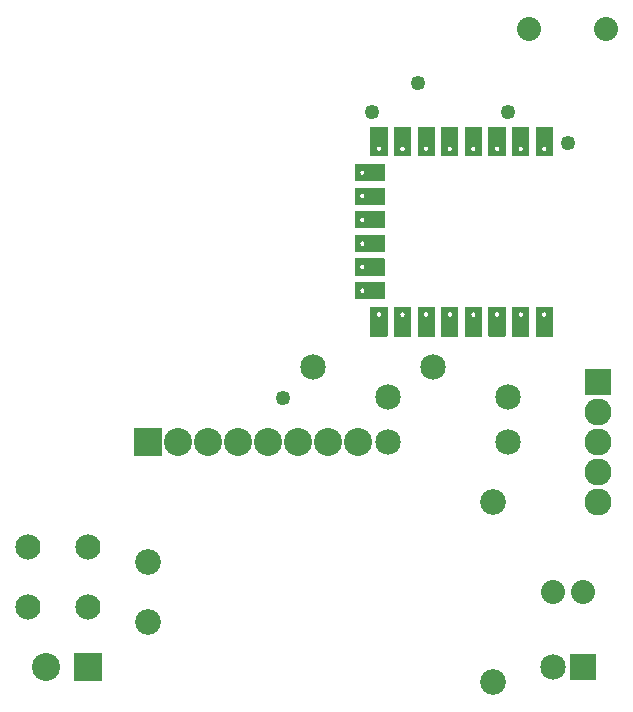
<source format=gts>
G04 MADE WITH FRITZING*
G04 WWW.FRITZING.ORG*
G04 DOUBLE SIDED*
G04 HOLES PLATED*
G04 CONTOUR ON CENTER OF CONTOUR VECTOR*
%ASAXBY*%
%FSLAX23Y23*%
%MOIN*%
%OFA0B0*%
%SFA1.0B1.0*%
%ADD10C,0.080000*%
%ADD11C,0.049370*%
%ADD12C,0.084000*%
%ADD13C,0.057978*%
%ADD14C,0.093307*%
%ADD15C,0.090000*%
%ADD16C,0.085000*%
%ADD17C,0.085433*%
%ADD18R,0.093307X0.093307*%
%ADD19R,0.090000X0.090000*%
%ADD20R,0.085000X0.085000*%
%ADD21R,0.001000X0.001000*%
%LNMASK1*%
G90*
G70*
G54D10*
X2015Y2300D03*
X1759Y2300D03*
X2015Y2300D03*
X1759Y2300D03*
G54D11*
X1389Y2121D03*
X1888Y1921D03*
X1688Y2023D03*
X1235Y2023D03*
X937Y1071D03*
G54D12*
X87Y372D03*
X87Y572D03*
X87Y372D03*
X87Y572D03*
X287Y572D03*
X287Y372D03*
X287Y572D03*
X287Y372D03*
G54D13*
X487Y325D03*
X487Y522D03*
X1644Y727D03*
X1644Y121D03*
G54D14*
X487Y922D03*
X587Y922D03*
X687Y922D03*
X787Y922D03*
X887Y922D03*
X987Y922D03*
X1087Y922D03*
X1187Y922D03*
G54D15*
X1987Y1122D03*
X1987Y1022D03*
X1987Y922D03*
X1987Y822D03*
X1987Y722D03*
G54D14*
X287Y172D03*
X149Y172D03*
G54D16*
X1937Y172D03*
X1837Y172D03*
G54D10*
X1937Y422D03*
X1837Y422D03*
X1937Y422D03*
X1837Y422D03*
G54D16*
X1687Y922D03*
X1287Y922D03*
X1687Y1072D03*
X1287Y1072D03*
X1437Y1172D03*
X1037Y1172D03*
G54D17*
X1637Y122D03*
X487Y522D03*
X1637Y722D03*
X487Y322D03*
G54D18*
X487Y922D03*
G54D19*
X1987Y1122D03*
G54D18*
X287Y172D03*
G54D20*
X1937Y172D03*
G54D21*
X1230Y1972D02*
X1286Y1972D01*
X1308Y1972D02*
X1365Y1972D01*
X1387Y1972D02*
X1443Y1972D01*
X1466Y1972D02*
X1522Y1972D01*
X1545Y1972D02*
X1601Y1972D01*
X1623Y1972D02*
X1680Y1972D01*
X1702Y1972D02*
X1758Y1972D01*
X1781Y1972D02*
X1837Y1972D01*
X1230Y1971D02*
X1286Y1971D01*
X1308Y1971D02*
X1365Y1971D01*
X1387Y1971D02*
X1443Y1971D01*
X1466Y1971D02*
X1522Y1971D01*
X1545Y1971D02*
X1601Y1971D01*
X1623Y1971D02*
X1680Y1971D01*
X1702Y1971D02*
X1758Y1971D01*
X1781Y1971D02*
X1837Y1971D01*
X1230Y1970D02*
X1286Y1970D01*
X1308Y1970D02*
X1365Y1970D01*
X1387Y1970D02*
X1443Y1970D01*
X1466Y1970D02*
X1522Y1970D01*
X1545Y1970D02*
X1601Y1970D01*
X1623Y1970D02*
X1680Y1970D01*
X1702Y1970D02*
X1758Y1970D01*
X1781Y1970D02*
X1837Y1970D01*
X1230Y1969D02*
X1286Y1969D01*
X1308Y1969D02*
X1365Y1969D01*
X1387Y1969D02*
X1443Y1969D01*
X1466Y1969D02*
X1522Y1969D01*
X1545Y1969D02*
X1601Y1969D01*
X1623Y1969D02*
X1680Y1969D01*
X1702Y1969D02*
X1758Y1969D01*
X1781Y1969D02*
X1837Y1969D01*
X1230Y1968D02*
X1286Y1968D01*
X1308Y1968D02*
X1365Y1968D01*
X1387Y1968D02*
X1443Y1968D01*
X1466Y1968D02*
X1522Y1968D01*
X1545Y1968D02*
X1601Y1968D01*
X1623Y1968D02*
X1680Y1968D01*
X1702Y1968D02*
X1758Y1968D01*
X1781Y1968D02*
X1837Y1968D01*
X1230Y1967D02*
X1286Y1967D01*
X1308Y1967D02*
X1365Y1967D01*
X1387Y1967D02*
X1443Y1967D01*
X1466Y1967D02*
X1522Y1967D01*
X1545Y1967D02*
X1601Y1967D01*
X1623Y1967D02*
X1680Y1967D01*
X1702Y1967D02*
X1758Y1967D01*
X1781Y1967D02*
X1837Y1967D01*
X1230Y1966D02*
X1286Y1966D01*
X1308Y1966D02*
X1365Y1966D01*
X1387Y1966D02*
X1443Y1966D01*
X1466Y1966D02*
X1522Y1966D01*
X1545Y1966D02*
X1601Y1966D01*
X1623Y1966D02*
X1680Y1966D01*
X1702Y1966D02*
X1758Y1966D01*
X1781Y1966D02*
X1837Y1966D01*
X1230Y1965D02*
X1286Y1965D01*
X1308Y1965D02*
X1365Y1965D01*
X1387Y1965D02*
X1443Y1965D01*
X1466Y1965D02*
X1522Y1965D01*
X1545Y1965D02*
X1601Y1965D01*
X1623Y1965D02*
X1680Y1965D01*
X1702Y1965D02*
X1758Y1965D01*
X1781Y1965D02*
X1837Y1965D01*
X1230Y1964D02*
X1286Y1964D01*
X1308Y1964D02*
X1365Y1964D01*
X1387Y1964D02*
X1443Y1964D01*
X1466Y1964D02*
X1522Y1964D01*
X1545Y1964D02*
X1601Y1964D01*
X1623Y1964D02*
X1680Y1964D01*
X1702Y1964D02*
X1758Y1964D01*
X1781Y1964D02*
X1837Y1964D01*
X1230Y1963D02*
X1286Y1963D01*
X1308Y1963D02*
X1365Y1963D01*
X1387Y1963D02*
X1443Y1963D01*
X1466Y1963D02*
X1522Y1963D01*
X1545Y1963D02*
X1601Y1963D01*
X1623Y1963D02*
X1680Y1963D01*
X1702Y1963D02*
X1758Y1963D01*
X1781Y1963D02*
X1837Y1963D01*
X1230Y1962D02*
X1286Y1962D01*
X1308Y1962D02*
X1365Y1962D01*
X1387Y1962D02*
X1443Y1962D01*
X1466Y1962D02*
X1522Y1962D01*
X1545Y1962D02*
X1601Y1962D01*
X1623Y1962D02*
X1680Y1962D01*
X1702Y1962D02*
X1758Y1962D01*
X1781Y1962D02*
X1837Y1962D01*
X1230Y1961D02*
X1286Y1961D01*
X1308Y1961D02*
X1365Y1961D01*
X1387Y1961D02*
X1443Y1961D01*
X1466Y1961D02*
X1522Y1961D01*
X1545Y1961D02*
X1601Y1961D01*
X1623Y1961D02*
X1680Y1961D01*
X1702Y1961D02*
X1758Y1961D01*
X1781Y1961D02*
X1837Y1961D01*
X1230Y1960D02*
X1286Y1960D01*
X1308Y1960D02*
X1365Y1960D01*
X1387Y1960D02*
X1443Y1960D01*
X1466Y1960D02*
X1522Y1960D01*
X1545Y1960D02*
X1601Y1960D01*
X1623Y1960D02*
X1680Y1960D01*
X1702Y1960D02*
X1758Y1960D01*
X1781Y1960D02*
X1837Y1960D01*
X1230Y1959D02*
X1286Y1959D01*
X1308Y1959D02*
X1365Y1959D01*
X1387Y1959D02*
X1443Y1959D01*
X1466Y1959D02*
X1522Y1959D01*
X1545Y1959D02*
X1601Y1959D01*
X1623Y1959D02*
X1680Y1959D01*
X1702Y1959D02*
X1758Y1959D01*
X1781Y1959D02*
X1837Y1959D01*
X1230Y1958D02*
X1286Y1958D01*
X1308Y1958D02*
X1365Y1958D01*
X1387Y1958D02*
X1443Y1958D01*
X1466Y1958D02*
X1522Y1958D01*
X1545Y1958D02*
X1601Y1958D01*
X1623Y1958D02*
X1680Y1958D01*
X1702Y1958D02*
X1758Y1958D01*
X1781Y1958D02*
X1837Y1958D01*
X1230Y1957D02*
X1286Y1957D01*
X1308Y1957D02*
X1365Y1957D01*
X1387Y1957D02*
X1443Y1957D01*
X1466Y1957D02*
X1522Y1957D01*
X1545Y1957D02*
X1601Y1957D01*
X1623Y1957D02*
X1680Y1957D01*
X1702Y1957D02*
X1758Y1957D01*
X1781Y1957D02*
X1837Y1957D01*
X1230Y1956D02*
X1286Y1956D01*
X1308Y1956D02*
X1365Y1956D01*
X1387Y1956D02*
X1443Y1956D01*
X1466Y1956D02*
X1522Y1956D01*
X1545Y1956D02*
X1601Y1956D01*
X1623Y1956D02*
X1680Y1956D01*
X1702Y1956D02*
X1758Y1956D01*
X1781Y1956D02*
X1837Y1956D01*
X1230Y1955D02*
X1286Y1955D01*
X1308Y1955D02*
X1365Y1955D01*
X1387Y1955D02*
X1443Y1955D01*
X1466Y1955D02*
X1522Y1955D01*
X1545Y1955D02*
X1601Y1955D01*
X1623Y1955D02*
X1680Y1955D01*
X1702Y1955D02*
X1758Y1955D01*
X1781Y1955D02*
X1837Y1955D01*
X1230Y1954D02*
X1286Y1954D01*
X1308Y1954D02*
X1365Y1954D01*
X1387Y1954D02*
X1443Y1954D01*
X1466Y1954D02*
X1522Y1954D01*
X1545Y1954D02*
X1601Y1954D01*
X1623Y1954D02*
X1680Y1954D01*
X1702Y1954D02*
X1758Y1954D01*
X1781Y1954D02*
X1837Y1954D01*
X1230Y1953D02*
X1286Y1953D01*
X1308Y1953D02*
X1365Y1953D01*
X1387Y1953D02*
X1443Y1953D01*
X1466Y1953D02*
X1522Y1953D01*
X1545Y1953D02*
X1601Y1953D01*
X1623Y1953D02*
X1680Y1953D01*
X1702Y1953D02*
X1758Y1953D01*
X1781Y1953D02*
X1837Y1953D01*
X1230Y1952D02*
X1286Y1952D01*
X1308Y1952D02*
X1365Y1952D01*
X1387Y1952D02*
X1443Y1952D01*
X1466Y1952D02*
X1522Y1952D01*
X1545Y1952D02*
X1601Y1952D01*
X1623Y1952D02*
X1680Y1952D01*
X1702Y1952D02*
X1758Y1952D01*
X1781Y1952D02*
X1837Y1952D01*
X1230Y1951D02*
X1286Y1951D01*
X1308Y1951D02*
X1365Y1951D01*
X1387Y1951D02*
X1443Y1951D01*
X1466Y1951D02*
X1522Y1951D01*
X1545Y1951D02*
X1601Y1951D01*
X1623Y1951D02*
X1680Y1951D01*
X1702Y1951D02*
X1758Y1951D01*
X1781Y1951D02*
X1837Y1951D01*
X1230Y1950D02*
X1286Y1950D01*
X1308Y1950D02*
X1365Y1950D01*
X1387Y1950D02*
X1443Y1950D01*
X1466Y1950D02*
X1522Y1950D01*
X1545Y1950D02*
X1601Y1950D01*
X1623Y1950D02*
X1680Y1950D01*
X1702Y1950D02*
X1758Y1950D01*
X1781Y1950D02*
X1837Y1950D01*
X1230Y1949D02*
X1286Y1949D01*
X1308Y1949D02*
X1365Y1949D01*
X1387Y1949D02*
X1443Y1949D01*
X1466Y1949D02*
X1522Y1949D01*
X1545Y1949D02*
X1601Y1949D01*
X1623Y1949D02*
X1680Y1949D01*
X1702Y1949D02*
X1758Y1949D01*
X1781Y1949D02*
X1837Y1949D01*
X1230Y1948D02*
X1286Y1948D01*
X1308Y1948D02*
X1365Y1948D01*
X1387Y1948D02*
X1443Y1948D01*
X1466Y1948D02*
X1522Y1948D01*
X1545Y1948D02*
X1601Y1948D01*
X1623Y1948D02*
X1680Y1948D01*
X1702Y1948D02*
X1758Y1948D01*
X1781Y1948D02*
X1837Y1948D01*
X1230Y1947D02*
X1286Y1947D01*
X1308Y1947D02*
X1365Y1947D01*
X1387Y1947D02*
X1443Y1947D01*
X1466Y1947D02*
X1522Y1947D01*
X1545Y1947D02*
X1601Y1947D01*
X1623Y1947D02*
X1680Y1947D01*
X1702Y1947D02*
X1758Y1947D01*
X1781Y1947D02*
X1837Y1947D01*
X1230Y1946D02*
X1286Y1946D01*
X1308Y1946D02*
X1365Y1946D01*
X1387Y1946D02*
X1443Y1946D01*
X1466Y1946D02*
X1522Y1946D01*
X1545Y1946D02*
X1601Y1946D01*
X1623Y1946D02*
X1680Y1946D01*
X1702Y1946D02*
X1758Y1946D01*
X1781Y1946D02*
X1837Y1946D01*
X1230Y1945D02*
X1286Y1945D01*
X1308Y1945D02*
X1365Y1945D01*
X1387Y1945D02*
X1443Y1945D01*
X1466Y1945D02*
X1522Y1945D01*
X1545Y1945D02*
X1601Y1945D01*
X1623Y1945D02*
X1680Y1945D01*
X1702Y1945D02*
X1758Y1945D01*
X1781Y1945D02*
X1837Y1945D01*
X1230Y1944D02*
X1286Y1944D01*
X1308Y1944D02*
X1365Y1944D01*
X1387Y1944D02*
X1443Y1944D01*
X1466Y1944D02*
X1522Y1944D01*
X1545Y1944D02*
X1601Y1944D01*
X1623Y1944D02*
X1680Y1944D01*
X1702Y1944D02*
X1758Y1944D01*
X1781Y1944D02*
X1837Y1944D01*
X1230Y1943D02*
X1286Y1943D01*
X1308Y1943D02*
X1365Y1943D01*
X1387Y1943D02*
X1443Y1943D01*
X1466Y1943D02*
X1522Y1943D01*
X1545Y1943D02*
X1601Y1943D01*
X1623Y1943D02*
X1680Y1943D01*
X1702Y1943D02*
X1758Y1943D01*
X1781Y1943D02*
X1837Y1943D01*
X1230Y1942D02*
X1286Y1942D01*
X1308Y1942D02*
X1365Y1942D01*
X1387Y1942D02*
X1443Y1942D01*
X1466Y1942D02*
X1522Y1942D01*
X1545Y1942D02*
X1601Y1942D01*
X1623Y1942D02*
X1680Y1942D01*
X1702Y1942D02*
X1758Y1942D01*
X1781Y1942D02*
X1837Y1942D01*
X1230Y1941D02*
X1286Y1941D01*
X1308Y1941D02*
X1365Y1941D01*
X1387Y1941D02*
X1443Y1941D01*
X1466Y1941D02*
X1522Y1941D01*
X1545Y1941D02*
X1601Y1941D01*
X1623Y1941D02*
X1680Y1941D01*
X1702Y1941D02*
X1758Y1941D01*
X1781Y1941D02*
X1837Y1941D01*
X1230Y1940D02*
X1286Y1940D01*
X1308Y1940D02*
X1365Y1940D01*
X1387Y1940D02*
X1443Y1940D01*
X1466Y1940D02*
X1522Y1940D01*
X1545Y1940D02*
X1601Y1940D01*
X1623Y1940D02*
X1680Y1940D01*
X1702Y1940D02*
X1758Y1940D01*
X1781Y1940D02*
X1837Y1940D01*
X1230Y1939D02*
X1286Y1939D01*
X1308Y1939D02*
X1365Y1939D01*
X1387Y1939D02*
X1443Y1939D01*
X1466Y1939D02*
X1522Y1939D01*
X1545Y1939D02*
X1601Y1939D01*
X1623Y1939D02*
X1680Y1939D01*
X1702Y1939D02*
X1758Y1939D01*
X1781Y1939D02*
X1837Y1939D01*
X1230Y1938D02*
X1286Y1938D01*
X1308Y1938D02*
X1365Y1938D01*
X1387Y1938D02*
X1443Y1938D01*
X1466Y1938D02*
X1522Y1938D01*
X1545Y1938D02*
X1601Y1938D01*
X1623Y1938D02*
X1680Y1938D01*
X1702Y1938D02*
X1758Y1938D01*
X1781Y1938D02*
X1837Y1938D01*
X1230Y1937D02*
X1286Y1937D01*
X1308Y1937D02*
X1365Y1937D01*
X1387Y1937D02*
X1443Y1937D01*
X1466Y1937D02*
X1522Y1937D01*
X1545Y1937D02*
X1601Y1937D01*
X1623Y1937D02*
X1680Y1937D01*
X1702Y1937D02*
X1758Y1937D01*
X1781Y1937D02*
X1837Y1937D01*
X1230Y1936D02*
X1286Y1936D01*
X1308Y1936D02*
X1365Y1936D01*
X1387Y1936D02*
X1443Y1936D01*
X1466Y1936D02*
X1522Y1936D01*
X1545Y1936D02*
X1601Y1936D01*
X1623Y1936D02*
X1680Y1936D01*
X1702Y1936D02*
X1758Y1936D01*
X1781Y1936D02*
X1837Y1936D01*
X1230Y1935D02*
X1286Y1935D01*
X1308Y1935D02*
X1365Y1935D01*
X1387Y1935D02*
X1443Y1935D01*
X1466Y1935D02*
X1522Y1935D01*
X1545Y1935D02*
X1601Y1935D01*
X1623Y1935D02*
X1680Y1935D01*
X1702Y1935D02*
X1758Y1935D01*
X1781Y1935D02*
X1837Y1935D01*
X1230Y1934D02*
X1286Y1934D01*
X1308Y1934D02*
X1365Y1934D01*
X1387Y1934D02*
X1443Y1934D01*
X1466Y1934D02*
X1522Y1934D01*
X1545Y1934D02*
X1601Y1934D01*
X1623Y1934D02*
X1680Y1934D01*
X1702Y1934D02*
X1758Y1934D01*
X1781Y1934D02*
X1837Y1934D01*
X1230Y1933D02*
X1286Y1933D01*
X1308Y1933D02*
X1365Y1933D01*
X1387Y1933D02*
X1443Y1933D01*
X1466Y1933D02*
X1522Y1933D01*
X1545Y1933D02*
X1601Y1933D01*
X1623Y1933D02*
X1680Y1933D01*
X1702Y1933D02*
X1758Y1933D01*
X1781Y1933D02*
X1837Y1933D01*
X1230Y1932D02*
X1286Y1932D01*
X1308Y1932D02*
X1365Y1932D01*
X1387Y1932D02*
X1443Y1932D01*
X1466Y1932D02*
X1522Y1932D01*
X1545Y1932D02*
X1601Y1932D01*
X1623Y1932D02*
X1680Y1932D01*
X1702Y1932D02*
X1758Y1932D01*
X1781Y1932D02*
X1837Y1932D01*
X1230Y1931D02*
X1286Y1931D01*
X1308Y1931D02*
X1365Y1931D01*
X1387Y1931D02*
X1443Y1931D01*
X1466Y1931D02*
X1522Y1931D01*
X1545Y1931D02*
X1601Y1931D01*
X1623Y1931D02*
X1680Y1931D01*
X1702Y1931D02*
X1758Y1931D01*
X1781Y1931D02*
X1837Y1931D01*
X1230Y1930D02*
X1286Y1930D01*
X1308Y1930D02*
X1365Y1930D01*
X1387Y1930D02*
X1443Y1930D01*
X1466Y1930D02*
X1522Y1930D01*
X1545Y1930D02*
X1601Y1930D01*
X1623Y1930D02*
X1680Y1930D01*
X1702Y1930D02*
X1758Y1930D01*
X1781Y1930D02*
X1837Y1930D01*
X1230Y1929D02*
X1286Y1929D01*
X1308Y1929D02*
X1365Y1929D01*
X1387Y1929D02*
X1443Y1929D01*
X1466Y1929D02*
X1522Y1929D01*
X1545Y1929D02*
X1601Y1929D01*
X1623Y1929D02*
X1680Y1929D01*
X1702Y1929D02*
X1758Y1929D01*
X1781Y1929D02*
X1837Y1929D01*
X1230Y1928D02*
X1286Y1928D01*
X1308Y1928D02*
X1365Y1928D01*
X1387Y1928D02*
X1443Y1928D01*
X1466Y1928D02*
X1522Y1928D01*
X1545Y1928D02*
X1601Y1928D01*
X1623Y1928D02*
X1680Y1928D01*
X1702Y1928D02*
X1758Y1928D01*
X1781Y1928D02*
X1837Y1928D01*
X1230Y1927D02*
X1286Y1927D01*
X1308Y1927D02*
X1365Y1927D01*
X1387Y1927D02*
X1443Y1927D01*
X1466Y1927D02*
X1522Y1927D01*
X1545Y1927D02*
X1601Y1927D01*
X1623Y1927D02*
X1680Y1927D01*
X1702Y1927D02*
X1758Y1927D01*
X1781Y1927D02*
X1837Y1927D01*
X1230Y1926D02*
X1286Y1926D01*
X1308Y1926D02*
X1365Y1926D01*
X1387Y1926D02*
X1443Y1926D01*
X1466Y1926D02*
X1522Y1926D01*
X1545Y1926D02*
X1601Y1926D01*
X1623Y1926D02*
X1680Y1926D01*
X1702Y1926D02*
X1758Y1926D01*
X1781Y1926D02*
X1837Y1926D01*
X1230Y1925D02*
X1286Y1925D01*
X1308Y1925D02*
X1365Y1925D01*
X1387Y1925D02*
X1443Y1925D01*
X1466Y1925D02*
X1522Y1925D01*
X1545Y1925D02*
X1601Y1925D01*
X1623Y1925D02*
X1680Y1925D01*
X1702Y1925D02*
X1758Y1925D01*
X1781Y1925D02*
X1837Y1925D01*
X1230Y1924D02*
X1286Y1924D01*
X1308Y1924D02*
X1365Y1924D01*
X1387Y1924D02*
X1443Y1924D01*
X1466Y1924D02*
X1522Y1924D01*
X1545Y1924D02*
X1601Y1924D01*
X1623Y1924D02*
X1680Y1924D01*
X1702Y1924D02*
X1758Y1924D01*
X1781Y1924D02*
X1837Y1924D01*
X1230Y1923D02*
X1286Y1923D01*
X1308Y1923D02*
X1365Y1923D01*
X1387Y1923D02*
X1443Y1923D01*
X1466Y1923D02*
X1522Y1923D01*
X1545Y1923D02*
X1601Y1923D01*
X1623Y1923D02*
X1680Y1923D01*
X1702Y1923D02*
X1758Y1923D01*
X1781Y1923D02*
X1837Y1923D01*
X1230Y1922D02*
X1286Y1922D01*
X1308Y1922D02*
X1365Y1922D01*
X1387Y1922D02*
X1443Y1922D01*
X1466Y1922D02*
X1522Y1922D01*
X1545Y1922D02*
X1601Y1922D01*
X1623Y1922D02*
X1680Y1922D01*
X1702Y1922D02*
X1758Y1922D01*
X1781Y1922D02*
X1837Y1922D01*
X1230Y1921D02*
X1286Y1921D01*
X1308Y1921D02*
X1365Y1921D01*
X1387Y1921D02*
X1443Y1921D01*
X1466Y1921D02*
X1522Y1921D01*
X1545Y1921D02*
X1601Y1921D01*
X1623Y1921D02*
X1680Y1921D01*
X1702Y1921D02*
X1758Y1921D01*
X1781Y1921D02*
X1837Y1921D01*
X1230Y1920D02*
X1286Y1920D01*
X1308Y1920D02*
X1365Y1920D01*
X1387Y1920D02*
X1443Y1920D01*
X1466Y1920D02*
X1522Y1920D01*
X1545Y1920D02*
X1601Y1920D01*
X1623Y1920D02*
X1680Y1920D01*
X1702Y1920D02*
X1758Y1920D01*
X1781Y1920D02*
X1837Y1920D01*
X1230Y1919D02*
X1286Y1919D01*
X1308Y1919D02*
X1365Y1919D01*
X1387Y1919D02*
X1443Y1919D01*
X1466Y1919D02*
X1522Y1919D01*
X1545Y1919D02*
X1601Y1919D01*
X1623Y1919D02*
X1680Y1919D01*
X1702Y1919D02*
X1758Y1919D01*
X1781Y1919D02*
X1837Y1919D01*
X1230Y1918D02*
X1286Y1918D01*
X1308Y1918D02*
X1365Y1918D01*
X1387Y1918D02*
X1443Y1918D01*
X1466Y1918D02*
X1522Y1918D01*
X1545Y1918D02*
X1601Y1918D01*
X1623Y1918D02*
X1680Y1918D01*
X1702Y1918D02*
X1758Y1918D01*
X1781Y1918D02*
X1837Y1918D01*
X1230Y1917D02*
X1286Y1917D01*
X1308Y1917D02*
X1365Y1917D01*
X1387Y1917D02*
X1443Y1917D01*
X1466Y1917D02*
X1522Y1917D01*
X1545Y1917D02*
X1601Y1917D01*
X1623Y1917D02*
X1680Y1917D01*
X1702Y1917D02*
X1758Y1917D01*
X1781Y1917D02*
X1837Y1917D01*
X1230Y1916D02*
X1286Y1916D01*
X1308Y1916D02*
X1365Y1916D01*
X1387Y1916D02*
X1443Y1916D01*
X1466Y1916D02*
X1522Y1916D01*
X1545Y1916D02*
X1601Y1916D01*
X1623Y1916D02*
X1680Y1916D01*
X1702Y1916D02*
X1758Y1916D01*
X1781Y1916D02*
X1837Y1916D01*
X1230Y1915D02*
X1286Y1915D01*
X1308Y1915D02*
X1365Y1915D01*
X1387Y1915D02*
X1443Y1915D01*
X1466Y1915D02*
X1522Y1915D01*
X1545Y1915D02*
X1601Y1915D01*
X1623Y1915D02*
X1680Y1915D01*
X1702Y1915D02*
X1758Y1915D01*
X1781Y1915D02*
X1837Y1915D01*
X1230Y1914D02*
X1286Y1914D01*
X1308Y1914D02*
X1365Y1914D01*
X1387Y1914D02*
X1443Y1914D01*
X1466Y1914D02*
X1522Y1914D01*
X1545Y1914D02*
X1601Y1914D01*
X1623Y1914D02*
X1680Y1914D01*
X1702Y1914D02*
X1758Y1914D01*
X1781Y1914D02*
X1837Y1914D01*
X1230Y1913D02*
X1286Y1913D01*
X1308Y1913D02*
X1365Y1913D01*
X1387Y1913D02*
X1443Y1913D01*
X1466Y1913D02*
X1522Y1913D01*
X1545Y1913D02*
X1601Y1913D01*
X1623Y1913D02*
X1680Y1913D01*
X1702Y1913D02*
X1758Y1913D01*
X1781Y1913D02*
X1837Y1913D01*
X1230Y1912D02*
X1286Y1912D01*
X1308Y1912D02*
X1365Y1912D01*
X1387Y1912D02*
X1443Y1912D01*
X1466Y1912D02*
X1522Y1912D01*
X1545Y1912D02*
X1601Y1912D01*
X1623Y1912D02*
X1680Y1912D01*
X1702Y1912D02*
X1758Y1912D01*
X1781Y1912D02*
X1837Y1912D01*
X1230Y1911D02*
X1286Y1911D01*
X1308Y1911D02*
X1365Y1911D01*
X1387Y1911D02*
X1443Y1911D01*
X1466Y1911D02*
X1522Y1911D01*
X1545Y1911D02*
X1601Y1911D01*
X1623Y1911D02*
X1680Y1911D01*
X1702Y1911D02*
X1758Y1911D01*
X1781Y1911D02*
X1837Y1911D01*
X1230Y1910D02*
X1286Y1910D01*
X1308Y1910D02*
X1365Y1910D01*
X1387Y1910D02*
X1443Y1910D01*
X1466Y1910D02*
X1522Y1910D01*
X1545Y1910D02*
X1601Y1910D01*
X1623Y1910D02*
X1680Y1910D01*
X1702Y1910D02*
X1758Y1910D01*
X1781Y1910D02*
X1837Y1910D01*
X1230Y1909D02*
X1286Y1909D01*
X1308Y1909D02*
X1365Y1909D01*
X1387Y1909D02*
X1443Y1909D01*
X1466Y1909D02*
X1522Y1909D01*
X1545Y1909D02*
X1601Y1909D01*
X1623Y1909D02*
X1680Y1909D01*
X1702Y1909D02*
X1758Y1909D01*
X1781Y1909D02*
X1837Y1909D01*
X1230Y1908D02*
X1286Y1908D01*
X1308Y1908D02*
X1365Y1908D01*
X1387Y1908D02*
X1443Y1908D01*
X1466Y1908D02*
X1522Y1908D01*
X1545Y1908D02*
X1601Y1908D01*
X1623Y1908D02*
X1680Y1908D01*
X1702Y1908D02*
X1758Y1908D01*
X1781Y1908D02*
X1837Y1908D01*
X1230Y1907D02*
X1286Y1907D01*
X1308Y1907D02*
X1365Y1907D01*
X1387Y1907D02*
X1443Y1907D01*
X1466Y1907D02*
X1522Y1907D01*
X1545Y1907D02*
X1601Y1907D01*
X1623Y1907D02*
X1680Y1907D01*
X1702Y1907D02*
X1758Y1907D01*
X1781Y1907D02*
X1837Y1907D01*
X1230Y1906D02*
X1254Y1906D01*
X1261Y1906D02*
X1286Y1906D01*
X1308Y1906D02*
X1333Y1906D01*
X1340Y1906D02*
X1365Y1906D01*
X1387Y1906D02*
X1412Y1906D01*
X1419Y1906D02*
X1443Y1906D01*
X1466Y1906D02*
X1491Y1906D01*
X1497Y1906D02*
X1522Y1906D01*
X1545Y1906D02*
X1569Y1906D01*
X1576Y1906D02*
X1601Y1906D01*
X1623Y1906D02*
X1648Y1906D01*
X1655Y1906D02*
X1680Y1906D01*
X1702Y1906D02*
X1727Y1906D01*
X1733Y1906D02*
X1758Y1906D01*
X1781Y1906D02*
X1806Y1906D01*
X1812Y1906D02*
X1837Y1906D01*
X1230Y1905D02*
X1253Y1905D01*
X1263Y1905D02*
X1286Y1905D01*
X1308Y1905D02*
X1332Y1905D01*
X1341Y1905D02*
X1365Y1905D01*
X1387Y1905D02*
X1410Y1905D01*
X1420Y1905D02*
X1443Y1905D01*
X1466Y1905D02*
X1489Y1905D01*
X1499Y1905D02*
X1522Y1905D01*
X1545Y1905D02*
X1568Y1905D01*
X1578Y1905D02*
X1601Y1905D01*
X1623Y1905D02*
X1647Y1905D01*
X1656Y1905D02*
X1680Y1905D01*
X1702Y1905D02*
X1725Y1905D01*
X1735Y1905D02*
X1758Y1905D01*
X1781Y1905D02*
X1804Y1905D01*
X1814Y1905D02*
X1837Y1905D01*
X1230Y1904D02*
X1252Y1904D01*
X1264Y1904D02*
X1286Y1904D01*
X1308Y1904D02*
X1331Y1904D01*
X1342Y1904D02*
X1365Y1904D01*
X1387Y1904D02*
X1409Y1904D01*
X1421Y1904D02*
X1443Y1904D01*
X1466Y1904D02*
X1488Y1904D01*
X1500Y1904D02*
X1522Y1904D01*
X1545Y1904D02*
X1567Y1904D01*
X1579Y1904D02*
X1601Y1904D01*
X1623Y1904D02*
X1645Y1904D01*
X1657Y1904D02*
X1680Y1904D01*
X1702Y1904D02*
X1724Y1904D01*
X1736Y1904D02*
X1758Y1904D01*
X1781Y1904D02*
X1803Y1904D01*
X1815Y1904D02*
X1837Y1904D01*
X1230Y1903D02*
X1251Y1903D01*
X1264Y1903D02*
X1286Y1903D01*
X1308Y1903D02*
X1330Y1903D01*
X1343Y1903D02*
X1365Y1903D01*
X1387Y1903D02*
X1409Y1903D01*
X1422Y1903D02*
X1443Y1903D01*
X1466Y1903D02*
X1487Y1903D01*
X1501Y1903D02*
X1522Y1903D01*
X1545Y1903D02*
X1566Y1903D01*
X1579Y1903D02*
X1601Y1903D01*
X1623Y1903D02*
X1645Y1903D01*
X1658Y1903D02*
X1680Y1903D01*
X1702Y1903D02*
X1723Y1903D01*
X1737Y1903D02*
X1758Y1903D01*
X1781Y1903D02*
X1802Y1903D01*
X1816Y1903D02*
X1837Y1903D01*
X1230Y1902D02*
X1251Y1902D01*
X1265Y1902D02*
X1286Y1902D01*
X1308Y1902D02*
X1329Y1902D01*
X1344Y1902D02*
X1365Y1902D01*
X1387Y1902D02*
X1408Y1902D01*
X1422Y1902D02*
X1443Y1902D01*
X1466Y1902D02*
X1487Y1902D01*
X1501Y1902D02*
X1522Y1902D01*
X1545Y1902D02*
X1565Y1902D01*
X1580Y1902D02*
X1601Y1902D01*
X1623Y1902D02*
X1644Y1902D01*
X1659Y1902D02*
X1680Y1902D01*
X1702Y1902D02*
X1723Y1902D01*
X1737Y1902D02*
X1758Y1902D01*
X1781Y1902D02*
X1802Y1902D01*
X1816Y1902D02*
X1837Y1902D01*
X1230Y1901D02*
X1250Y1901D01*
X1265Y1901D02*
X1286Y1901D01*
X1308Y1901D02*
X1329Y1901D01*
X1344Y1901D02*
X1365Y1901D01*
X1387Y1901D02*
X1408Y1901D01*
X1423Y1901D02*
X1443Y1901D01*
X1466Y1901D02*
X1486Y1901D01*
X1501Y1901D02*
X1522Y1901D01*
X1545Y1901D02*
X1565Y1901D01*
X1580Y1901D02*
X1601Y1901D01*
X1623Y1901D02*
X1644Y1901D01*
X1659Y1901D02*
X1680Y1901D01*
X1702Y1901D02*
X1723Y1901D01*
X1738Y1901D02*
X1758Y1901D01*
X1781Y1901D02*
X1801Y1901D01*
X1816Y1901D02*
X1837Y1901D01*
X1230Y1900D02*
X1250Y1900D01*
X1265Y1900D02*
X1286Y1900D01*
X1308Y1900D02*
X1329Y1900D01*
X1344Y1900D02*
X1365Y1900D01*
X1387Y1900D02*
X1408Y1900D01*
X1423Y1900D02*
X1443Y1900D01*
X1466Y1900D02*
X1486Y1900D01*
X1502Y1900D02*
X1522Y1900D01*
X1545Y1900D02*
X1565Y1900D01*
X1580Y1900D02*
X1601Y1900D01*
X1623Y1900D02*
X1644Y1900D01*
X1659Y1900D02*
X1680Y1900D01*
X1702Y1900D02*
X1723Y1900D01*
X1738Y1900D02*
X1758Y1900D01*
X1781Y1900D02*
X1801Y1900D01*
X1816Y1900D02*
X1837Y1900D01*
X1230Y1899D02*
X1250Y1899D01*
X1265Y1899D02*
X1286Y1899D01*
X1308Y1899D02*
X1329Y1899D01*
X1344Y1899D02*
X1365Y1899D01*
X1387Y1899D02*
X1408Y1899D01*
X1423Y1899D02*
X1443Y1899D01*
X1466Y1899D02*
X1486Y1899D01*
X1502Y1899D02*
X1522Y1899D01*
X1545Y1899D02*
X1565Y1899D01*
X1580Y1899D02*
X1601Y1899D01*
X1623Y1899D02*
X1644Y1899D01*
X1659Y1899D02*
X1680Y1899D01*
X1702Y1899D02*
X1722Y1899D01*
X1738Y1899D02*
X1758Y1899D01*
X1781Y1899D02*
X1801Y1899D01*
X1816Y1899D02*
X1837Y1899D01*
X1230Y1898D02*
X1250Y1898D01*
X1265Y1898D02*
X1286Y1898D01*
X1308Y1898D02*
X1329Y1898D01*
X1344Y1898D02*
X1365Y1898D01*
X1387Y1898D02*
X1408Y1898D01*
X1423Y1898D02*
X1443Y1898D01*
X1466Y1898D02*
X1486Y1898D01*
X1501Y1898D02*
X1522Y1898D01*
X1545Y1898D02*
X1565Y1898D01*
X1580Y1898D02*
X1601Y1898D01*
X1623Y1898D02*
X1644Y1898D01*
X1659Y1898D02*
X1680Y1898D01*
X1702Y1898D02*
X1723Y1898D01*
X1738Y1898D02*
X1758Y1898D01*
X1781Y1898D02*
X1801Y1898D01*
X1816Y1898D02*
X1837Y1898D01*
X1230Y1897D02*
X1250Y1897D01*
X1265Y1897D02*
X1286Y1897D01*
X1308Y1897D02*
X1329Y1897D01*
X1344Y1897D02*
X1365Y1897D01*
X1387Y1897D02*
X1408Y1897D01*
X1423Y1897D02*
X1443Y1897D01*
X1466Y1897D02*
X1487Y1897D01*
X1501Y1897D02*
X1522Y1897D01*
X1545Y1897D02*
X1565Y1897D01*
X1580Y1897D02*
X1601Y1897D01*
X1623Y1897D02*
X1644Y1897D01*
X1659Y1897D02*
X1680Y1897D01*
X1702Y1897D02*
X1723Y1897D01*
X1737Y1897D02*
X1758Y1897D01*
X1781Y1897D02*
X1802Y1897D01*
X1816Y1897D02*
X1837Y1897D01*
X1230Y1896D02*
X1251Y1896D01*
X1265Y1896D02*
X1286Y1896D01*
X1308Y1896D02*
X1330Y1896D01*
X1343Y1896D02*
X1365Y1896D01*
X1387Y1896D02*
X1408Y1896D01*
X1422Y1896D02*
X1443Y1896D01*
X1466Y1896D02*
X1487Y1896D01*
X1501Y1896D02*
X1522Y1896D01*
X1545Y1896D02*
X1566Y1896D01*
X1580Y1896D02*
X1601Y1896D01*
X1623Y1896D02*
X1645Y1896D01*
X1658Y1896D02*
X1680Y1896D01*
X1702Y1896D02*
X1723Y1896D01*
X1737Y1896D02*
X1758Y1896D01*
X1781Y1896D02*
X1802Y1896D01*
X1816Y1896D02*
X1837Y1896D01*
X1230Y1895D02*
X1252Y1895D01*
X1264Y1895D02*
X1286Y1895D01*
X1308Y1895D02*
X1330Y1895D01*
X1343Y1895D02*
X1365Y1895D01*
X1387Y1895D02*
X1409Y1895D01*
X1421Y1895D02*
X1443Y1895D01*
X1466Y1895D02*
X1488Y1895D01*
X1500Y1895D02*
X1522Y1895D01*
X1545Y1895D02*
X1567Y1895D01*
X1579Y1895D02*
X1601Y1895D01*
X1623Y1895D02*
X1645Y1895D01*
X1658Y1895D02*
X1680Y1895D01*
X1702Y1895D02*
X1724Y1895D01*
X1736Y1895D02*
X1758Y1895D01*
X1781Y1895D02*
X1803Y1895D01*
X1815Y1895D02*
X1837Y1895D01*
X1230Y1894D02*
X1253Y1894D01*
X1263Y1894D02*
X1286Y1894D01*
X1308Y1894D02*
X1331Y1894D01*
X1342Y1894D02*
X1365Y1894D01*
X1387Y1894D02*
X1410Y1894D01*
X1420Y1894D02*
X1443Y1894D01*
X1466Y1894D02*
X1489Y1894D01*
X1499Y1894D02*
X1522Y1894D01*
X1545Y1894D02*
X1567Y1894D01*
X1578Y1894D02*
X1601Y1894D01*
X1623Y1894D02*
X1646Y1894D01*
X1657Y1894D02*
X1680Y1894D01*
X1702Y1894D02*
X1725Y1894D01*
X1735Y1894D02*
X1758Y1894D01*
X1781Y1894D02*
X1804Y1894D01*
X1814Y1894D02*
X1837Y1894D01*
X1230Y1893D02*
X1254Y1893D01*
X1262Y1893D02*
X1286Y1893D01*
X1308Y1893D02*
X1333Y1893D01*
X1340Y1893D02*
X1365Y1893D01*
X1387Y1893D02*
X1411Y1893D01*
X1419Y1893D02*
X1443Y1893D01*
X1466Y1893D02*
X1490Y1893D01*
X1498Y1893D02*
X1522Y1893D01*
X1545Y1893D02*
X1569Y1893D01*
X1577Y1893D02*
X1601Y1893D01*
X1623Y1893D02*
X1648Y1893D01*
X1655Y1893D02*
X1680Y1893D01*
X1702Y1893D02*
X1726Y1893D01*
X1734Y1893D02*
X1758Y1893D01*
X1781Y1893D02*
X1805Y1893D01*
X1813Y1893D02*
X1837Y1893D01*
X1230Y1892D02*
X1286Y1892D01*
X1308Y1892D02*
X1365Y1892D01*
X1387Y1892D02*
X1443Y1892D01*
X1466Y1892D02*
X1522Y1892D01*
X1545Y1892D02*
X1601Y1892D01*
X1623Y1892D02*
X1680Y1892D01*
X1702Y1892D02*
X1758Y1892D01*
X1781Y1892D02*
X1837Y1892D01*
X1230Y1891D02*
X1286Y1891D01*
X1308Y1891D02*
X1365Y1891D01*
X1387Y1891D02*
X1443Y1891D01*
X1466Y1891D02*
X1522Y1891D01*
X1545Y1891D02*
X1601Y1891D01*
X1623Y1891D02*
X1680Y1891D01*
X1702Y1891D02*
X1758Y1891D01*
X1781Y1891D02*
X1837Y1891D01*
X1230Y1890D02*
X1286Y1890D01*
X1308Y1890D02*
X1365Y1890D01*
X1387Y1890D02*
X1443Y1890D01*
X1466Y1890D02*
X1522Y1890D01*
X1545Y1890D02*
X1601Y1890D01*
X1623Y1890D02*
X1680Y1890D01*
X1702Y1890D02*
X1758Y1890D01*
X1781Y1890D02*
X1837Y1890D01*
X1230Y1889D02*
X1286Y1889D01*
X1308Y1889D02*
X1365Y1889D01*
X1387Y1889D02*
X1443Y1889D01*
X1466Y1889D02*
X1522Y1889D01*
X1545Y1889D02*
X1601Y1889D01*
X1623Y1889D02*
X1680Y1889D01*
X1702Y1889D02*
X1758Y1889D01*
X1781Y1889D02*
X1837Y1889D01*
X1230Y1888D02*
X1286Y1888D01*
X1308Y1888D02*
X1365Y1888D01*
X1387Y1888D02*
X1443Y1888D01*
X1466Y1888D02*
X1522Y1888D01*
X1545Y1888D02*
X1601Y1888D01*
X1623Y1888D02*
X1680Y1888D01*
X1702Y1888D02*
X1758Y1888D01*
X1781Y1888D02*
X1837Y1888D01*
X1230Y1887D02*
X1286Y1887D01*
X1308Y1887D02*
X1365Y1887D01*
X1387Y1887D02*
X1443Y1887D01*
X1466Y1887D02*
X1522Y1887D01*
X1545Y1887D02*
X1601Y1887D01*
X1623Y1887D02*
X1680Y1887D01*
X1702Y1887D02*
X1758Y1887D01*
X1781Y1887D02*
X1837Y1887D01*
X1230Y1886D02*
X1286Y1886D01*
X1308Y1886D02*
X1365Y1886D01*
X1387Y1886D02*
X1443Y1886D01*
X1466Y1886D02*
X1522Y1886D01*
X1545Y1886D02*
X1601Y1886D01*
X1623Y1886D02*
X1680Y1886D01*
X1702Y1886D02*
X1758Y1886D01*
X1781Y1886D02*
X1837Y1886D01*
X1230Y1885D02*
X1286Y1885D01*
X1308Y1885D02*
X1365Y1885D01*
X1387Y1885D02*
X1443Y1885D01*
X1466Y1885D02*
X1522Y1885D01*
X1545Y1885D02*
X1601Y1885D01*
X1623Y1885D02*
X1680Y1885D01*
X1702Y1885D02*
X1758Y1885D01*
X1781Y1885D02*
X1837Y1885D01*
X1230Y1884D02*
X1286Y1884D01*
X1308Y1884D02*
X1365Y1884D01*
X1387Y1884D02*
X1443Y1884D01*
X1466Y1884D02*
X1522Y1884D01*
X1545Y1884D02*
X1601Y1884D01*
X1623Y1884D02*
X1680Y1884D01*
X1702Y1884D02*
X1758Y1884D01*
X1781Y1884D02*
X1837Y1884D01*
X1230Y1883D02*
X1286Y1883D01*
X1308Y1883D02*
X1365Y1883D01*
X1387Y1883D02*
X1443Y1883D01*
X1466Y1883D02*
X1522Y1883D01*
X1545Y1883D02*
X1601Y1883D01*
X1623Y1883D02*
X1680Y1883D01*
X1702Y1883D02*
X1758Y1883D01*
X1781Y1883D02*
X1837Y1883D01*
X1230Y1882D02*
X1286Y1882D01*
X1308Y1882D02*
X1365Y1882D01*
X1387Y1882D02*
X1443Y1882D01*
X1466Y1882D02*
X1522Y1882D01*
X1545Y1882D02*
X1601Y1882D01*
X1623Y1882D02*
X1680Y1882D01*
X1702Y1882D02*
X1758Y1882D01*
X1781Y1882D02*
X1837Y1882D01*
X1230Y1881D02*
X1286Y1881D01*
X1308Y1881D02*
X1365Y1881D01*
X1387Y1881D02*
X1443Y1881D01*
X1466Y1881D02*
X1522Y1881D01*
X1545Y1881D02*
X1601Y1881D01*
X1623Y1881D02*
X1680Y1881D01*
X1702Y1881D02*
X1758Y1881D01*
X1781Y1881D02*
X1837Y1881D01*
X1230Y1880D02*
X1286Y1880D01*
X1308Y1880D02*
X1365Y1880D01*
X1387Y1880D02*
X1443Y1880D01*
X1466Y1880D02*
X1522Y1880D01*
X1545Y1880D02*
X1601Y1880D01*
X1623Y1880D02*
X1680Y1880D01*
X1702Y1880D02*
X1758Y1880D01*
X1781Y1880D02*
X1837Y1880D01*
X1230Y1879D02*
X1286Y1879D01*
X1308Y1879D02*
X1365Y1879D01*
X1387Y1879D02*
X1443Y1879D01*
X1466Y1879D02*
X1522Y1879D01*
X1545Y1879D02*
X1601Y1879D01*
X1623Y1879D02*
X1680Y1879D01*
X1702Y1879D02*
X1758Y1879D01*
X1781Y1879D02*
X1837Y1879D01*
X1230Y1878D02*
X1286Y1878D01*
X1308Y1878D02*
X1365Y1878D01*
X1387Y1878D02*
X1443Y1878D01*
X1466Y1878D02*
X1522Y1878D01*
X1545Y1878D02*
X1601Y1878D01*
X1623Y1878D02*
X1680Y1878D01*
X1702Y1878D02*
X1758Y1878D01*
X1781Y1878D02*
X1837Y1878D01*
X1230Y1877D02*
X1286Y1877D01*
X1308Y1877D02*
X1365Y1877D01*
X1387Y1877D02*
X1443Y1877D01*
X1466Y1877D02*
X1522Y1877D01*
X1545Y1877D02*
X1601Y1877D01*
X1623Y1877D02*
X1680Y1877D01*
X1702Y1877D02*
X1758Y1877D01*
X1781Y1877D02*
X1837Y1877D01*
X1230Y1876D02*
X1286Y1876D01*
X1308Y1876D02*
X1365Y1876D01*
X1387Y1876D02*
X1443Y1876D01*
X1466Y1876D02*
X1522Y1876D01*
X1545Y1876D02*
X1601Y1876D01*
X1623Y1876D02*
X1680Y1876D01*
X1702Y1876D02*
X1758Y1876D01*
X1781Y1876D02*
X1837Y1876D01*
X1230Y1875D02*
X1286Y1875D01*
X1308Y1875D02*
X1365Y1875D01*
X1387Y1875D02*
X1443Y1875D01*
X1466Y1875D02*
X1522Y1875D01*
X1545Y1875D02*
X1601Y1875D01*
X1623Y1875D02*
X1680Y1875D01*
X1702Y1875D02*
X1758Y1875D01*
X1781Y1875D02*
X1837Y1875D01*
X1178Y1849D02*
X1275Y1849D01*
X1178Y1848D02*
X1276Y1848D01*
X1178Y1847D02*
X1276Y1847D01*
X1178Y1846D02*
X1276Y1846D01*
X1178Y1845D02*
X1276Y1845D01*
X1178Y1844D02*
X1276Y1844D01*
X1178Y1843D02*
X1276Y1843D01*
X1178Y1842D02*
X1276Y1842D01*
X1178Y1841D02*
X1276Y1841D01*
X1178Y1840D02*
X1276Y1840D01*
X1178Y1839D02*
X1276Y1839D01*
X1178Y1838D02*
X1276Y1838D01*
X1178Y1837D02*
X1276Y1837D01*
X1178Y1836D02*
X1276Y1836D01*
X1178Y1835D02*
X1276Y1835D01*
X1178Y1834D02*
X1276Y1834D01*
X1178Y1833D02*
X1276Y1833D01*
X1178Y1832D02*
X1276Y1832D01*
X1178Y1831D02*
X1276Y1831D01*
X1178Y1830D02*
X1276Y1830D01*
X1178Y1829D02*
X1276Y1829D01*
X1178Y1828D02*
X1276Y1828D01*
X1178Y1827D02*
X1199Y1827D01*
X1206Y1827D02*
X1276Y1827D01*
X1178Y1826D02*
X1198Y1826D01*
X1208Y1826D02*
X1276Y1826D01*
X1178Y1825D02*
X1197Y1825D01*
X1209Y1825D02*
X1276Y1825D01*
X1178Y1824D02*
X1196Y1824D01*
X1210Y1824D02*
X1276Y1824D01*
X1178Y1823D02*
X1196Y1823D01*
X1210Y1823D02*
X1276Y1823D01*
X1178Y1822D02*
X1195Y1822D01*
X1210Y1822D02*
X1276Y1822D01*
X1178Y1821D02*
X1195Y1821D01*
X1210Y1821D02*
X1276Y1821D01*
X1178Y1820D02*
X1195Y1820D01*
X1210Y1820D02*
X1276Y1820D01*
X1178Y1819D02*
X1195Y1819D01*
X1210Y1819D02*
X1276Y1819D01*
X1178Y1818D02*
X1196Y1818D01*
X1210Y1818D02*
X1276Y1818D01*
X1178Y1817D02*
X1196Y1817D01*
X1210Y1817D02*
X1276Y1817D01*
X1178Y1816D02*
X1197Y1816D01*
X1209Y1816D02*
X1276Y1816D01*
X1178Y1815D02*
X1198Y1815D01*
X1208Y1815D02*
X1276Y1815D01*
X1178Y1814D02*
X1199Y1814D01*
X1206Y1814D02*
X1276Y1814D01*
X1178Y1813D02*
X1276Y1813D01*
X1178Y1812D02*
X1276Y1812D01*
X1178Y1811D02*
X1276Y1811D01*
X1178Y1810D02*
X1276Y1810D01*
X1178Y1809D02*
X1276Y1809D01*
X1178Y1808D02*
X1276Y1808D01*
X1178Y1807D02*
X1276Y1807D01*
X1178Y1806D02*
X1276Y1806D01*
X1178Y1805D02*
X1276Y1805D01*
X1178Y1804D02*
X1276Y1804D01*
X1178Y1803D02*
X1276Y1803D01*
X1178Y1802D02*
X1276Y1802D01*
X1178Y1801D02*
X1276Y1801D01*
X1178Y1800D02*
X1276Y1800D01*
X1178Y1799D02*
X1276Y1799D01*
X1178Y1798D02*
X1276Y1798D01*
X1178Y1797D02*
X1276Y1797D01*
X1178Y1796D02*
X1276Y1796D01*
X1178Y1795D02*
X1276Y1795D01*
X1178Y1794D02*
X1276Y1794D01*
X1178Y1793D02*
X1276Y1793D01*
X1178Y1792D02*
X1275Y1792D01*
X1178Y1770D02*
X1275Y1770D01*
X1178Y1769D02*
X1276Y1769D01*
X1178Y1768D02*
X1276Y1768D01*
X1178Y1767D02*
X1276Y1767D01*
X1178Y1766D02*
X1276Y1766D01*
X1178Y1765D02*
X1276Y1765D01*
X1178Y1764D02*
X1276Y1764D01*
X1178Y1763D02*
X1276Y1763D01*
X1178Y1762D02*
X1276Y1762D01*
X1178Y1761D02*
X1276Y1761D01*
X1178Y1760D02*
X1276Y1760D01*
X1178Y1759D02*
X1276Y1759D01*
X1178Y1758D02*
X1276Y1758D01*
X1178Y1757D02*
X1276Y1757D01*
X1178Y1756D02*
X1276Y1756D01*
X1178Y1755D02*
X1276Y1755D01*
X1178Y1754D02*
X1276Y1754D01*
X1178Y1753D02*
X1276Y1753D01*
X1178Y1752D02*
X1276Y1752D01*
X1178Y1751D02*
X1276Y1751D01*
X1178Y1750D02*
X1276Y1750D01*
X1178Y1749D02*
X1276Y1749D01*
X1178Y1748D02*
X1199Y1748D01*
X1207Y1748D02*
X1276Y1748D01*
X1178Y1747D02*
X1197Y1747D01*
X1208Y1747D02*
X1276Y1747D01*
X1178Y1746D02*
X1197Y1746D01*
X1209Y1746D02*
X1276Y1746D01*
X1178Y1745D02*
X1196Y1745D01*
X1210Y1745D02*
X1276Y1745D01*
X1178Y1744D02*
X1195Y1744D01*
X1210Y1744D02*
X1276Y1744D01*
X1178Y1743D02*
X1195Y1743D01*
X1210Y1743D02*
X1276Y1743D01*
X1178Y1742D02*
X1195Y1742D01*
X1210Y1742D02*
X1276Y1742D01*
X1178Y1741D02*
X1195Y1741D01*
X1210Y1741D02*
X1276Y1741D01*
X1178Y1740D02*
X1195Y1740D01*
X1210Y1740D02*
X1276Y1740D01*
X1178Y1739D02*
X1196Y1739D01*
X1210Y1739D02*
X1276Y1739D01*
X1178Y1738D02*
X1196Y1738D01*
X1209Y1738D02*
X1276Y1738D01*
X1178Y1737D02*
X1197Y1737D01*
X1209Y1737D02*
X1276Y1737D01*
X1178Y1736D02*
X1198Y1736D01*
X1208Y1736D02*
X1276Y1736D01*
X1178Y1735D02*
X1200Y1735D01*
X1206Y1735D02*
X1276Y1735D01*
X1178Y1734D02*
X1276Y1734D01*
X1178Y1733D02*
X1276Y1733D01*
X1178Y1732D02*
X1276Y1732D01*
X1178Y1731D02*
X1276Y1731D01*
X1178Y1730D02*
X1276Y1730D01*
X1178Y1729D02*
X1276Y1729D01*
X1178Y1728D02*
X1276Y1728D01*
X1178Y1727D02*
X1276Y1727D01*
X1178Y1726D02*
X1276Y1726D01*
X1178Y1725D02*
X1276Y1725D01*
X1178Y1724D02*
X1276Y1724D01*
X1178Y1723D02*
X1276Y1723D01*
X1178Y1722D02*
X1276Y1722D01*
X1178Y1721D02*
X1276Y1721D01*
X1178Y1720D02*
X1276Y1720D01*
X1178Y1719D02*
X1276Y1719D01*
X1178Y1718D02*
X1276Y1718D01*
X1178Y1717D02*
X1276Y1717D01*
X1178Y1716D02*
X1276Y1716D01*
X1178Y1715D02*
X1276Y1715D01*
X1178Y1714D02*
X1276Y1714D01*
X1178Y1691D02*
X1276Y1691D01*
X1178Y1690D02*
X1276Y1690D01*
X1178Y1689D02*
X1276Y1689D01*
X1178Y1688D02*
X1276Y1688D01*
X1178Y1687D02*
X1276Y1687D01*
X1178Y1686D02*
X1276Y1686D01*
X1178Y1685D02*
X1276Y1685D01*
X1178Y1684D02*
X1276Y1684D01*
X1178Y1683D02*
X1276Y1683D01*
X1178Y1682D02*
X1276Y1682D01*
X1178Y1681D02*
X1276Y1681D01*
X1178Y1680D02*
X1276Y1680D01*
X1178Y1679D02*
X1276Y1679D01*
X1178Y1678D02*
X1276Y1678D01*
X1178Y1677D02*
X1276Y1677D01*
X1178Y1676D02*
X1276Y1676D01*
X1178Y1675D02*
X1276Y1675D01*
X1178Y1674D02*
X1276Y1674D01*
X1178Y1673D02*
X1276Y1673D01*
X1178Y1672D02*
X1276Y1672D01*
X1178Y1671D02*
X1276Y1671D01*
X1178Y1670D02*
X1200Y1670D01*
X1205Y1670D02*
X1276Y1670D01*
X1178Y1669D02*
X1198Y1669D01*
X1207Y1669D02*
X1276Y1669D01*
X1178Y1668D02*
X1197Y1668D01*
X1208Y1668D02*
X1276Y1668D01*
X1178Y1667D02*
X1196Y1667D01*
X1209Y1667D02*
X1276Y1667D01*
X1178Y1666D02*
X1196Y1666D01*
X1210Y1666D02*
X1276Y1666D01*
X1178Y1665D02*
X1195Y1665D01*
X1210Y1665D02*
X1276Y1665D01*
X1178Y1664D02*
X1195Y1664D01*
X1210Y1664D02*
X1276Y1664D01*
X1178Y1663D02*
X1195Y1663D01*
X1210Y1663D02*
X1276Y1663D01*
X1178Y1662D02*
X1195Y1662D01*
X1210Y1662D02*
X1276Y1662D01*
X1178Y1661D02*
X1195Y1661D01*
X1210Y1661D02*
X1276Y1661D01*
X1178Y1660D02*
X1196Y1660D01*
X1210Y1660D02*
X1276Y1660D01*
X1178Y1659D02*
X1196Y1659D01*
X1209Y1659D02*
X1276Y1659D01*
X1178Y1658D02*
X1197Y1658D01*
X1208Y1658D02*
X1276Y1658D01*
X1178Y1657D02*
X1198Y1657D01*
X1207Y1657D02*
X1276Y1657D01*
X1178Y1656D02*
X1201Y1656D01*
X1205Y1656D02*
X1276Y1656D01*
X1178Y1655D02*
X1276Y1655D01*
X1178Y1654D02*
X1276Y1654D01*
X1178Y1653D02*
X1276Y1653D01*
X1178Y1652D02*
X1276Y1652D01*
X1178Y1651D02*
X1276Y1651D01*
X1178Y1650D02*
X1276Y1650D01*
X1178Y1649D02*
X1276Y1649D01*
X1178Y1648D02*
X1276Y1648D01*
X1178Y1647D02*
X1276Y1647D01*
X1178Y1646D02*
X1276Y1646D01*
X1178Y1645D02*
X1276Y1645D01*
X1178Y1644D02*
X1276Y1644D01*
X1178Y1643D02*
X1276Y1643D01*
X1178Y1642D02*
X1276Y1642D01*
X1178Y1641D02*
X1276Y1641D01*
X1178Y1640D02*
X1276Y1640D01*
X1178Y1639D02*
X1276Y1639D01*
X1178Y1638D02*
X1276Y1638D01*
X1178Y1637D02*
X1276Y1637D01*
X1178Y1636D02*
X1276Y1636D01*
X1178Y1635D02*
X1276Y1635D01*
X1178Y1612D02*
X1276Y1612D01*
X1178Y1611D02*
X1276Y1611D01*
X1178Y1610D02*
X1276Y1610D01*
X1178Y1609D02*
X1276Y1609D01*
X1178Y1608D02*
X1276Y1608D01*
X1178Y1607D02*
X1276Y1607D01*
X1178Y1606D02*
X1276Y1606D01*
X1178Y1605D02*
X1276Y1605D01*
X1178Y1604D02*
X1276Y1604D01*
X1178Y1603D02*
X1276Y1603D01*
X1178Y1602D02*
X1276Y1602D01*
X1178Y1601D02*
X1276Y1601D01*
X1178Y1600D02*
X1276Y1600D01*
X1178Y1599D02*
X1276Y1599D01*
X1178Y1598D02*
X1276Y1598D01*
X1178Y1597D02*
X1276Y1597D01*
X1178Y1596D02*
X1276Y1596D01*
X1178Y1595D02*
X1276Y1595D01*
X1178Y1594D02*
X1276Y1594D01*
X1178Y1593D02*
X1276Y1593D01*
X1178Y1592D02*
X1276Y1592D01*
X1178Y1591D02*
X1200Y1591D01*
X1206Y1591D02*
X1276Y1591D01*
X1178Y1590D02*
X1198Y1590D01*
X1208Y1590D02*
X1276Y1590D01*
X1178Y1589D02*
X1197Y1589D01*
X1209Y1589D02*
X1276Y1589D01*
X1178Y1588D02*
X1196Y1588D01*
X1209Y1588D02*
X1276Y1588D01*
X1178Y1587D02*
X1196Y1587D01*
X1210Y1587D02*
X1276Y1587D01*
X1178Y1586D02*
X1195Y1586D01*
X1210Y1586D02*
X1276Y1586D01*
X1178Y1585D02*
X1195Y1585D01*
X1210Y1585D02*
X1276Y1585D01*
X1178Y1584D02*
X1195Y1584D01*
X1210Y1584D02*
X1276Y1584D01*
X1178Y1583D02*
X1195Y1583D01*
X1210Y1583D02*
X1276Y1583D01*
X1178Y1582D02*
X1195Y1582D01*
X1210Y1582D02*
X1276Y1582D01*
X1178Y1581D02*
X1196Y1581D01*
X1210Y1581D02*
X1276Y1581D01*
X1178Y1580D02*
X1197Y1580D01*
X1209Y1580D02*
X1276Y1580D01*
X1178Y1579D02*
X1198Y1579D01*
X1208Y1579D02*
X1276Y1579D01*
X1178Y1578D02*
X1199Y1578D01*
X1207Y1578D02*
X1276Y1578D01*
X1178Y1577D02*
X1276Y1577D01*
X1178Y1576D02*
X1276Y1576D01*
X1178Y1575D02*
X1276Y1575D01*
X1178Y1574D02*
X1276Y1574D01*
X1178Y1573D02*
X1276Y1573D01*
X1178Y1572D02*
X1276Y1572D01*
X1178Y1571D02*
X1276Y1571D01*
X1178Y1570D02*
X1276Y1570D01*
X1178Y1569D02*
X1276Y1569D01*
X1178Y1568D02*
X1276Y1568D01*
X1178Y1567D02*
X1276Y1567D01*
X1178Y1566D02*
X1276Y1566D01*
X1178Y1565D02*
X1276Y1565D01*
X1178Y1564D02*
X1276Y1564D01*
X1178Y1563D02*
X1276Y1563D01*
X1178Y1562D02*
X1276Y1562D01*
X1178Y1561D02*
X1276Y1561D01*
X1178Y1560D02*
X1276Y1560D01*
X1178Y1559D02*
X1276Y1559D01*
X1178Y1558D02*
X1276Y1558D01*
X1178Y1557D02*
X1276Y1557D01*
X1178Y1556D02*
X1275Y1556D01*
X1178Y1534D02*
X1275Y1534D01*
X1178Y1533D02*
X1276Y1533D01*
X1178Y1532D02*
X1276Y1532D01*
X1178Y1531D02*
X1276Y1531D01*
X1178Y1530D02*
X1276Y1530D01*
X1178Y1529D02*
X1276Y1529D01*
X1178Y1528D02*
X1276Y1528D01*
X1178Y1527D02*
X1276Y1527D01*
X1178Y1526D02*
X1276Y1526D01*
X1178Y1525D02*
X1276Y1525D01*
X1178Y1524D02*
X1276Y1524D01*
X1178Y1523D02*
X1276Y1523D01*
X1178Y1522D02*
X1276Y1522D01*
X1178Y1521D02*
X1276Y1521D01*
X1178Y1520D02*
X1276Y1520D01*
X1178Y1519D02*
X1276Y1519D01*
X1178Y1518D02*
X1276Y1518D01*
X1178Y1517D02*
X1276Y1517D01*
X1178Y1516D02*
X1276Y1516D01*
X1178Y1515D02*
X1276Y1515D01*
X1178Y1514D02*
X1276Y1514D01*
X1178Y1513D02*
X1276Y1513D01*
X1178Y1512D02*
X1199Y1512D01*
X1207Y1512D02*
X1276Y1512D01*
X1178Y1511D02*
X1198Y1511D01*
X1208Y1511D02*
X1276Y1511D01*
X1178Y1510D02*
X1197Y1510D01*
X1209Y1510D02*
X1276Y1510D01*
X1178Y1509D02*
X1196Y1509D01*
X1210Y1509D02*
X1276Y1509D01*
X1178Y1508D02*
X1195Y1508D01*
X1210Y1508D02*
X1276Y1508D01*
X1178Y1507D02*
X1195Y1507D01*
X1210Y1507D02*
X1276Y1507D01*
X1178Y1506D02*
X1195Y1506D01*
X1210Y1506D02*
X1276Y1506D01*
X1178Y1505D02*
X1195Y1505D01*
X1210Y1505D02*
X1276Y1505D01*
X1178Y1504D02*
X1195Y1504D01*
X1210Y1504D02*
X1276Y1504D01*
X1178Y1503D02*
X1196Y1503D01*
X1210Y1503D02*
X1276Y1503D01*
X1178Y1502D02*
X1196Y1502D01*
X1209Y1502D02*
X1276Y1502D01*
X1178Y1501D02*
X1197Y1501D01*
X1209Y1501D02*
X1276Y1501D01*
X1178Y1500D02*
X1198Y1500D01*
X1208Y1500D02*
X1276Y1500D01*
X1178Y1499D02*
X1199Y1499D01*
X1206Y1499D02*
X1276Y1499D01*
X1178Y1498D02*
X1276Y1498D01*
X1178Y1497D02*
X1276Y1497D01*
X1178Y1496D02*
X1276Y1496D01*
X1178Y1495D02*
X1276Y1495D01*
X1178Y1494D02*
X1276Y1494D01*
X1178Y1493D02*
X1276Y1493D01*
X1178Y1492D02*
X1276Y1492D01*
X1178Y1491D02*
X1276Y1491D01*
X1178Y1490D02*
X1276Y1490D01*
X1178Y1489D02*
X1276Y1489D01*
X1178Y1488D02*
X1276Y1488D01*
X1178Y1487D02*
X1276Y1487D01*
X1178Y1486D02*
X1276Y1486D01*
X1178Y1485D02*
X1276Y1485D01*
X1178Y1484D02*
X1276Y1484D01*
X1178Y1483D02*
X1276Y1483D01*
X1178Y1482D02*
X1276Y1482D01*
X1178Y1481D02*
X1276Y1481D01*
X1178Y1480D02*
X1276Y1480D01*
X1178Y1479D02*
X1276Y1479D01*
X1178Y1478D02*
X1276Y1478D01*
X1178Y1477D02*
X1275Y1477D01*
X1178Y1455D02*
X1276Y1455D01*
X1178Y1454D02*
X1276Y1454D01*
X1178Y1453D02*
X1276Y1453D01*
X1178Y1452D02*
X1276Y1452D01*
X1178Y1451D02*
X1276Y1451D01*
X1178Y1450D02*
X1276Y1450D01*
X1178Y1449D02*
X1276Y1449D01*
X1178Y1448D02*
X1276Y1448D01*
X1178Y1447D02*
X1276Y1447D01*
X1178Y1446D02*
X1276Y1446D01*
X1178Y1445D02*
X1276Y1445D01*
X1178Y1444D02*
X1276Y1444D01*
X1178Y1443D02*
X1276Y1443D01*
X1178Y1442D02*
X1276Y1442D01*
X1178Y1441D02*
X1276Y1441D01*
X1178Y1440D02*
X1276Y1440D01*
X1178Y1439D02*
X1276Y1439D01*
X1178Y1438D02*
X1276Y1438D01*
X1178Y1437D02*
X1276Y1437D01*
X1178Y1436D02*
X1276Y1436D01*
X1178Y1435D02*
X1276Y1435D01*
X1178Y1434D02*
X1201Y1434D01*
X1204Y1434D02*
X1276Y1434D01*
X1178Y1433D02*
X1198Y1433D01*
X1207Y1433D02*
X1276Y1433D01*
X1178Y1432D02*
X1197Y1432D01*
X1208Y1432D02*
X1276Y1432D01*
X1178Y1431D02*
X1196Y1431D01*
X1209Y1431D02*
X1276Y1431D01*
X1178Y1430D02*
X1196Y1430D01*
X1210Y1430D02*
X1276Y1430D01*
X1178Y1429D02*
X1195Y1429D01*
X1210Y1429D02*
X1276Y1429D01*
X1178Y1428D02*
X1195Y1428D01*
X1210Y1428D02*
X1276Y1428D01*
X1178Y1427D02*
X1195Y1427D01*
X1210Y1427D02*
X1276Y1427D01*
X1178Y1426D02*
X1195Y1426D01*
X1210Y1426D02*
X1276Y1426D01*
X1178Y1425D02*
X1195Y1425D01*
X1210Y1425D02*
X1276Y1425D01*
X1178Y1424D02*
X1196Y1424D01*
X1210Y1424D02*
X1276Y1424D01*
X1178Y1423D02*
X1196Y1423D01*
X1209Y1423D02*
X1276Y1423D01*
X1178Y1422D02*
X1197Y1422D01*
X1208Y1422D02*
X1276Y1422D01*
X1178Y1421D02*
X1198Y1421D01*
X1207Y1421D02*
X1276Y1421D01*
X1178Y1420D02*
X1200Y1420D01*
X1205Y1420D02*
X1276Y1420D01*
X1178Y1419D02*
X1276Y1419D01*
X1178Y1418D02*
X1276Y1418D01*
X1178Y1417D02*
X1276Y1417D01*
X1178Y1416D02*
X1276Y1416D01*
X1178Y1415D02*
X1276Y1415D01*
X1178Y1414D02*
X1276Y1414D01*
X1178Y1413D02*
X1276Y1413D01*
X1178Y1412D02*
X1276Y1412D01*
X1178Y1411D02*
X1276Y1411D01*
X1178Y1410D02*
X1276Y1410D01*
X1178Y1409D02*
X1276Y1409D01*
X1178Y1408D02*
X1276Y1408D01*
X1178Y1407D02*
X1276Y1407D01*
X1178Y1406D02*
X1276Y1406D01*
X1178Y1405D02*
X1276Y1405D01*
X1178Y1404D02*
X1276Y1404D01*
X1178Y1403D02*
X1276Y1403D01*
X1178Y1402D02*
X1276Y1402D01*
X1178Y1401D02*
X1276Y1401D01*
X1178Y1400D02*
X1276Y1400D01*
X1178Y1399D02*
X1276Y1399D01*
X1230Y1372D02*
X1286Y1372D01*
X1308Y1372D02*
X1365Y1372D01*
X1387Y1372D02*
X1443Y1372D01*
X1466Y1372D02*
X1522Y1372D01*
X1545Y1372D02*
X1601Y1372D01*
X1623Y1372D02*
X1680Y1372D01*
X1702Y1372D02*
X1758Y1372D01*
X1781Y1372D02*
X1837Y1372D01*
X1230Y1371D02*
X1286Y1371D01*
X1308Y1371D02*
X1365Y1371D01*
X1387Y1371D02*
X1443Y1371D01*
X1466Y1371D02*
X1522Y1371D01*
X1545Y1371D02*
X1601Y1371D01*
X1623Y1371D02*
X1680Y1371D01*
X1702Y1371D02*
X1758Y1371D01*
X1781Y1371D02*
X1837Y1371D01*
X1230Y1370D02*
X1286Y1370D01*
X1308Y1370D02*
X1365Y1370D01*
X1387Y1370D02*
X1443Y1370D01*
X1466Y1370D02*
X1522Y1370D01*
X1545Y1370D02*
X1601Y1370D01*
X1623Y1370D02*
X1680Y1370D01*
X1702Y1370D02*
X1758Y1370D01*
X1781Y1370D02*
X1837Y1370D01*
X1230Y1369D02*
X1286Y1369D01*
X1308Y1369D02*
X1365Y1369D01*
X1387Y1369D02*
X1443Y1369D01*
X1466Y1369D02*
X1522Y1369D01*
X1545Y1369D02*
X1601Y1369D01*
X1623Y1369D02*
X1680Y1369D01*
X1702Y1369D02*
X1758Y1369D01*
X1781Y1369D02*
X1837Y1369D01*
X1230Y1368D02*
X1286Y1368D01*
X1308Y1368D02*
X1365Y1368D01*
X1387Y1368D02*
X1443Y1368D01*
X1466Y1368D02*
X1522Y1368D01*
X1545Y1368D02*
X1601Y1368D01*
X1623Y1368D02*
X1680Y1368D01*
X1702Y1368D02*
X1758Y1368D01*
X1781Y1368D02*
X1837Y1368D01*
X1230Y1367D02*
X1286Y1367D01*
X1308Y1367D02*
X1365Y1367D01*
X1387Y1367D02*
X1443Y1367D01*
X1466Y1367D02*
X1522Y1367D01*
X1545Y1367D02*
X1601Y1367D01*
X1623Y1367D02*
X1680Y1367D01*
X1702Y1367D02*
X1758Y1367D01*
X1781Y1367D02*
X1837Y1367D01*
X1230Y1366D02*
X1286Y1366D01*
X1308Y1366D02*
X1365Y1366D01*
X1387Y1366D02*
X1443Y1366D01*
X1466Y1366D02*
X1522Y1366D01*
X1545Y1366D02*
X1601Y1366D01*
X1623Y1366D02*
X1680Y1366D01*
X1702Y1366D02*
X1758Y1366D01*
X1781Y1366D02*
X1837Y1366D01*
X1230Y1365D02*
X1286Y1365D01*
X1308Y1365D02*
X1365Y1365D01*
X1387Y1365D02*
X1443Y1365D01*
X1466Y1365D02*
X1522Y1365D01*
X1545Y1365D02*
X1601Y1365D01*
X1623Y1365D02*
X1680Y1365D01*
X1702Y1365D02*
X1758Y1365D01*
X1781Y1365D02*
X1837Y1365D01*
X1230Y1364D02*
X1286Y1364D01*
X1308Y1364D02*
X1365Y1364D01*
X1387Y1364D02*
X1443Y1364D01*
X1466Y1364D02*
X1522Y1364D01*
X1545Y1364D02*
X1601Y1364D01*
X1623Y1364D02*
X1680Y1364D01*
X1702Y1364D02*
X1758Y1364D01*
X1781Y1364D02*
X1837Y1364D01*
X1230Y1363D02*
X1286Y1363D01*
X1308Y1363D02*
X1365Y1363D01*
X1387Y1363D02*
X1443Y1363D01*
X1466Y1363D02*
X1522Y1363D01*
X1545Y1363D02*
X1601Y1363D01*
X1623Y1363D02*
X1680Y1363D01*
X1702Y1363D02*
X1758Y1363D01*
X1781Y1363D02*
X1837Y1363D01*
X1230Y1362D02*
X1286Y1362D01*
X1308Y1362D02*
X1365Y1362D01*
X1387Y1362D02*
X1443Y1362D01*
X1466Y1362D02*
X1522Y1362D01*
X1545Y1362D02*
X1601Y1362D01*
X1623Y1362D02*
X1680Y1362D01*
X1702Y1362D02*
X1758Y1362D01*
X1781Y1362D02*
X1837Y1362D01*
X1230Y1361D02*
X1286Y1361D01*
X1308Y1361D02*
X1365Y1361D01*
X1387Y1361D02*
X1443Y1361D01*
X1466Y1361D02*
X1522Y1361D01*
X1545Y1361D02*
X1601Y1361D01*
X1623Y1361D02*
X1680Y1361D01*
X1702Y1361D02*
X1758Y1361D01*
X1781Y1361D02*
X1837Y1361D01*
X1230Y1360D02*
X1286Y1360D01*
X1308Y1360D02*
X1365Y1360D01*
X1387Y1360D02*
X1443Y1360D01*
X1466Y1360D02*
X1522Y1360D01*
X1545Y1360D02*
X1601Y1360D01*
X1623Y1360D02*
X1680Y1360D01*
X1702Y1360D02*
X1758Y1360D01*
X1781Y1360D02*
X1837Y1360D01*
X1230Y1359D02*
X1286Y1359D01*
X1308Y1359D02*
X1365Y1359D01*
X1387Y1359D02*
X1443Y1359D01*
X1466Y1359D02*
X1522Y1359D01*
X1545Y1359D02*
X1601Y1359D01*
X1623Y1359D02*
X1680Y1359D01*
X1702Y1359D02*
X1758Y1359D01*
X1781Y1359D02*
X1837Y1359D01*
X1230Y1358D02*
X1286Y1358D01*
X1308Y1358D02*
X1365Y1358D01*
X1387Y1358D02*
X1443Y1358D01*
X1466Y1358D02*
X1522Y1358D01*
X1545Y1358D02*
X1601Y1358D01*
X1623Y1358D02*
X1680Y1358D01*
X1702Y1358D02*
X1758Y1358D01*
X1781Y1358D02*
X1837Y1358D01*
X1230Y1357D02*
X1286Y1357D01*
X1308Y1357D02*
X1365Y1357D01*
X1387Y1357D02*
X1443Y1357D01*
X1466Y1357D02*
X1522Y1357D01*
X1545Y1357D02*
X1601Y1357D01*
X1623Y1357D02*
X1680Y1357D01*
X1702Y1357D02*
X1758Y1357D01*
X1781Y1357D02*
X1837Y1357D01*
X1230Y1356D02*
X1286Y1356D01*
X1308Y1356D02*
X1365Y1356D01*
X1387Y1356D02*
X1443Y1356D01*
X1466Y1356D02*
X1522Y1356D01*
X1545Y1356D02*
X1601Y1356D01*
X1623Y1356D02*
X1680Y1356D01*
X1702Y1356D02*
X1758Y1356D01*
X1781Y1356D02*
X1837Y1356D01*
X1230Y1355D02*
X1286Y1355D01*
X1308Y1355D02*
X1365Y1355D01*
X1387Y1355D02*
X1443Y1355D01*
X1466Y1355D02*
X1522Y1355D01*
X1545Y1355D02*
X1601Y1355D01*
X1623Y1355D02*
X1680Y1355D01*
X1702Y1355D02*
X1758Y1355D01*
X1781Y1355D02*
X1837Y1355D01*
X1230Y1354D02*
X1255Y1354D01*
X1261Y1354D02*
X1286Y1354D01*
X1308Y1354D02*
X1334Y1354D01*
X1339Y1354D02*
X1365Y1354D01*
X1387Y1354D02*
X1412Y1354D01*
X1418Y1354D02*
X1443Y1354D01*
X1466Y1354D02*
X1491Y1354D01*
X1497Y1354D02*
X1522Y1354D01*
X1545Y1354D02*
X1570Y1354D01*
X1576Y1354D02*
X1601Y1354D01*
X1623Y1354D02*
X1648Y1354D01*
X1654Y1354D02*
X1680Y1354D01*
X1702Y1354D02*
X1727Y1354D01*
X1733Y1354D02*
X1758Y1354D01*
X1781Y1354D02*
X1806Y1354D01*
X1812Y1354D02*
X1837Y1354D01*
X1230Y1353D02*
X1253Y1353D01*
X1262Y1353D02*
X1286Y1353D01*
X1308Y1353D02*
X1332Y1353D01*
X1341Y1353D02*
X1365Y1353D01*
X1387Y1353D02*
X1410Y1353D01*
X1420Y1353D02*
X1443Y1353D01*
X1466Y1353D02*
X1489Y1353D01*
X1499Y1353D02*
X1522Y1353D01*
X1545Y1353D02*
X1568Y1353D01*
X1577Y1353D02*
X1601Y1353D01*
X1623Y1353D02*
X1647Y1353D01*
X1656Y1353D02*
X1680Y1353D01*
X1702Y1353D02*
X1725Y1353D01*
X1735Y1353D02*
X1758Y1353D01*
X1781Y1353D02*
X1804Y1353D01*
X1814Y1353D02*
X1837Y1353D01*
X1230Y1352D02*
X1252Y1352D01*
X1264Y1352D02*
X1286Y1352D01*
X1308Y1352D02*
X1331Y1352D01*
X1342Y1352D02*
X1365Y1352D01*
X1387Y1352D02*
X1409Y1352D01*
X1421Y1352D02*
X1443Y1352D01*
X1466Y1352D02*
X1488Y1352D01*
X1500Y1352D02*
X1522Y1352D01*
X1545Y1352D02*
X1567Y1352D01*
X1578Y1352D02*
X1601Y1352D01*
X1623Y1352D02*
X1646Y1352D01*
X1657Y1352D02*
X1680Y1352D01*
X1702Y1352D02*
X1724Y1352D01*
X1736Y1352D02*
X1758Y1352D01*
X1781Y1352D02*
X1803Y1352D01*
X1815Y1352D02*
X1837Y1352D01*
X1230Y1351D02*
X1251Y1351D01*
X1264Y1351D02*
X1286Y1351D01*
X1308Y1351D02*
X1330Y1351D01*
X1343Y1351D02*
X1365Y1351D01*
X1387Y1351D02*
X1409Y1351D01*
X1422Y1351D02*
X1443Y1351D01*
X1466Y1351D02*
X1487Y1351D01*
X1501Y1351D02*
X1522Y1351D01*
X1545Y1351D02*
X1566Y1351D01*
X1579Y1351D02*
X1601Y1351D01*
X1623Y1351D02*
X1645Y1351D01*
X1658Y1351D02*
X1680Y1351D01*
X1702Y1351D02*
X1724Y1351D01*
X1737Y1351D02*
X1758Y1351D01*
X1781Y1351D02*
X1802Y1351D01*
X1815Y1351D02*
X1837Y1351D01*
X1230Y1350D02*
X1251Y1350D01*
X1265Y1350D02*
X1286Y1350D01*
X1308Y1350D02*
X1329Y1350D01*
X1344Y1350D02*
X1365Y1350D01*
X1387Y1350D02*
X1408Y1350D01*
X1422Y1350D02*
X1443Y1350D01*
X1466Y1350D02*
X1487Y1350D01*
X1501Y1350D02*
X1522Y1350D01*
X1545Y1350D02*
X1566Y1350D01*
X1580Y1350D02*
X1601Y1350D01*
X1623Y1350D02*
X1644Y1350D01*
X1659Y1350D02*
X1680Y1350D01*
X1702Y1350D02*
X1723Y1350D01*
X1737Y1350D02*
X1758Y1350D01*
X1781Y1350D02*
X1802Y1350D01*
X1816Y1350D02*
X1837Y1350D01*
X1230Y1349D02*
X1250Y1349D01*
X1265Y1349D02*
X1286Y1349D01*
X1308Y1349D02*
X1329Y1349D01*
X1344Y1349D02*
X1365Y1349D01*
X1387Y1349D02*
X1408Y1349D01*
X1423Y1349D02*
X1443Y1349D01*
X1466Y1349D02*
X1486Y1349D01*
X1501Y1349D02*
X1522Y1349D01*
X1545Y1349D02*
X1565Y1349D01*
X1580Y1349D02*
X1601Y1349D01*
X1623Y1349D02*
X1644Y1349D01*
X1659Y1349D02*
X1680Y1349D01*
X1702Y1349D02*
X1723Y1349D01*
X1738Y1349D02*
X1758Y1349D01*
X1781Y1349D02*
X1801Y1349D01*
X1816Y1349D02*
X1837Y1349D01*
X1230Y1348D02*
X1250Y1348D01*
X1265Y1348D02*
X1286Y1348D01*
X1308Y1348D02*
X1329Y1348D01*
X1344Y1348D02*
X1365Y1348D01*
X1387Y1348D02*
X1408Y1348D01*
X1423Y1348D02*
X1443Y1348D01*
X1466Y1348D02*
X1486Y1348D01*
X1502Y1348D02*
X1522Y1348D01*
X1545Y1348D02*
X1565Y1348D01*
X1580Y1348D02*
X1601Y1348D01*
X1623Y1348D02*
X1644Y1348D01*
X1659Y1348D02*
X1680Y1348D01*
X1702Y1348D02*
X1723Y1348D01*
X1738Y1348D02*
X1758Y1348D01*
X1781Y1348D02*
X1801Y1348D01*
X1816Y1348D02*
X1837Y1348D01*
X1230Y1347D02*
X1250Y1347D01*
X1265Y1347D02*
X1286Y1347D01*
X1308Y1347D02*
X1329Y1347D01*
X1344Y1347D02*
X1365Y1347D01*
X1387Y1347D02*
X1408Y1347D01*
X1423Y1347D02*
X1443Y1347D01*
X1466Y1347D02*
X1486Y1347D01*
X1502Y1347D02*
X1522Y1347D01*
X1545Y1347D02*
X1565Y1347D01*
X1580Y1347D02*
X1601Y1347D01*
X1623Y1347D02*
X1644Y1347D01*
X1659Y1347D02*
X1680Y1347D01*
X1702Y1347D02*
X1722Y1347D01*
X1738Y1347D02*
X1758Y1347D01*
X1781Y1347D02*
X1801Y1347D01*
X1816Y1347D02*
X1837Y1347D01*
X1230Y1346D02*
X1250Y1346D01*
X1265Y1346D02*
X1286Y1346D01*
X1308Y1346D02*
X1329Y1346D01*
X1344Y1346D02*
X1365Y1346D01*
X1387Y1346D02*
X1408Y1346D01*
X1423Y1346D02*
X1443Y1346D01*
X1466Y1346D02*
X1486Y1346D01*
X1502Y1346D02*
X1522Y1346D01*
X1545Y1346D02*
X1565Y1346D01*
X1580Y1346D02*
X1601Y1346D01*
X1623Y1346D02*
X1644Y1346D01*
X1659Y1346D02*
X1680Y1346D01*
X1702Y1346D02*
X1723Y1346D01*
X1738Y1346D02*
X1758Y1346D01*
X1781Y1346D02*
X1801Y1346D01*
X1816Y1346D02*
X1837Y1346D01*
X1230Y1345D02*
X1250Y1345D01*
X1265Y1345D02*
X1286Y1345D01*
X1308Y1345D02*
X1329Y1345D01*
X1344Y1345D02*
X1365Y1345D01*
X1387Y1345D02*
X1408Y1345D01*
X1423Y1345D02*
X1443Y1345D01*
X1466Y1345D02*
X1487Y1345D01*
X1501Y1345D02*
X1522Y1345D01*
X1545Y1345D02*
X1565Y1345D01*
X1580Y1345D02*
X1601Y1345D01*
X1623Y1345D02*
X1644Y1345D01*
X1659Y1345D02*
X1680Y1345D01*
X1702Y1345D02*
X1723Y1345D01*
X1737Y1345D02*
X1758Y1345D01*
X1781Y1345D02*
X1801Y1345D01*
X1816Y1345D02*
X1837Y1345D01*
X1230Y1344D02*
X1251Y1344D01*
X1265Y1344D02*
X1286Y1344D01*
X1308Y1344D02*
X1330Y1344D01*
X1343Y1344D02*
X1365Y1344D01*
X1387Y1344D02*
X1408Y1344D01*
X1422Y1344D02*
X1443Y1344D01*
X1466Y1344D02*
X1487Y1344D01*
X1501Y1344D02*
X1522Y1344D01*
X1545Y1344D02*
X1566Y1344D01*
X1580Y1344D02*
X1601Y1344D01*
X1623Y1344D02*
X1644Y1344D01*
X1658Y1344D02*
X1680Y1344D01*
X1702Y1344D02*
X1723Y1344D01*
X1737Y1344D02*
X1758Y1344D01*
X1781Y1344D02*
X1802Y1344D01*
X1816Y1344D02*
X1837Y1344D01*
X1230Y1343D02*
X1251Y1343D01*
X1264Y1343D02*
X1286Y1343D01*
X1308Y1343D02*
X1330Y1343D01*
X1343Y1343D02*
X1365Y1343D01*
X1387Y1343D02*
X1409Y1343D01*
X1421Y1343D02*
X1443Y1343D01*
X1466Y1343D02*
X1488Y1343D01*
X1500Y1343D02*
X1522Y1343D01*
X1545Y1343D02*
X1566Y1343D01*
X1579Y1343D02*
X1601Y1343D01*
X1623Y1343D02*
X1645Y1343D01*
X1658Y1343D02*
X1680Y1343D01*
X1702Y1343D02*
X1724Y1343D01*
X1736Y1343D02*
X1758Y1343D01*
X1781Y1343D02*
X1803Y1343D01*
X1815Y1343D02*
X1837Y1343D01*
X1230Y1342D02*
X1252Y1342D01*
X1263Y1342D02*
X1286Y1342D01*
X1308Y1342D02*
X1331Y1342D01*
X1342Y1342D02*
X1365Y1342D01*
X1387Y1342D02*
X1410Y1342D01*
X1421Y1342D02*
X1443Y1342D01*
X1466Y1342D02*
X1489Y1342D01*
X1499Y1342D02*
X1522Y1342D01*
X1545Y1342D02*
X1567Y1342D01*
X1578Y1342D02*
X1601Y1342D01*
X1623Y1342D02*
X1646Y1342D01*
X1657Y1342D02*
X1680Y1342D01*
X1702Y1342D02*
X1725Y1342D01*
X1735Y1342D02*
X1758Y1342D01*
X1781Y1342D02*
X1804Y1342D01*
X1814Y1342D02*
X1837Y1342D01*
X1230Y1341D02*
X1254Y1341D01*
X1262Y1341D02*
X1286Y1341D01*
X1308Y1341D02*
X1332Y1341D01*
X1341Y1341D02*
X1365Y1341D01*
X1387Y1341D02*
X1411Y1341D01*
X1419Y1341D02*
X1443Y1341D01*
X1466Y1341D02*
X1490Y1341D01*
X1498Y1341D02*
X1522Y1341D01*
X1545Y1341D02*
X1569Y1341D01*
X1577Y1341D02*
X1601Y1341D01*
X1623Y1341D02*
X1647Y1341D01*
X1655Y1341D02*
X1680Y1341D01*
X1702Y1341D02*
X1726Y1341D01*
X1734Y1341D02*
X1758Y1341D01*
X1781Y1341D02*
X1805Y1341D01*
X1813Y1341D02*
X1837Y1341D01*
X1230Y1340D02*
X1286Y1340D01*
X1308Y1340D02*
X1365Y1340D01*
X1387Y1340D02*
X1443Y1340D01*
X1466Y1340D02*
X1522Y1340D01*
X1545Y1340D02*
X1601Y1340D01*
X1623Y1340D02*
X1680Y1340D01*
X1702Y1340D02*
X1758Y1340D01*
X1781Y1340D02*
X1837Y1340D01*
X1230Y1339D02*
X1286Y1339D01*
X1308Y1339D02*
X1365Y1339D01*
X1387Y1339D02*
X1443Y1339D01*
X1466Y1339D02*
X1522Y1339D01*
X1545Y1339D02*
X1601Y1339D01*
X1623Y1339D02*
X1680Y1339D01*
X1702Y1339D02*
X1758Y1339D01*
X1781Y1339D02*
X1837Y1339D01*
X1230Y1338D02*
X1286Y1338D01*
X1308Y1338D02*
X1365Y1338D01*
X1387Y1338D02*
X1443Y1338D01*
X1466Y1338D02*
X1522Y1338D01*
X1545Y1338D02*
X1601Y1338D01*
X1623Y1338D02*
X1680Y1338D01*
X1702Y1338D02*
X1758Y1338D01*
X1781Y1338D02*
X1837Y1338D01*
X1230Y1337D02*
X1286Y1337D01*
X1308Y1337D02*
X1365Y1337D01*
X1387Y1337D02*
X1443Y1337D01*
X1466Y1337D02*
X1522Y1337D01*
X1545Y1337D02*
X1601Y1337D01*
X1623Y1337D02*
X1680Y1337D01*
X1702Y1337D02*
X1758Y1337D01*
X1781Y1337D02*
X1837Y1337D01*
X1230Y1336D02*
X1286Y1336D01*
X1308Y1336D02*
X1365Y1336D01*
X1387Y1336D02*
X1443Y1336D01*
X1466Y1336D02*
X1522Y1336D01*
X1545Y1336D02*
X1601Y1336D01*
X1623Y1336D02*
X1680Y1336D01*
X1702Y1336D02*
X1758Y1336D01*
X1781Y1336D02*
X1837Y1336D01*
X1230Y1335D02*
X1286Y1335D01*
X1308Y1335D02*
X1365Y1335D01*
X1387Y1335D02*
X1443Y1335D01*
X1466Y1335D02*
X1522Y1335D01*
X1545Y1335D02*
X1601Y1335D01*
X1623Y1335D02*
X1680Y1335D01*
X1702Y1335D02*
X1758Y1335D01*
X1781Y1335D02*
X1837Y1335D01*
X1230Y1334D02*
X1286Y1334D01*
X1308Y1334D02*
X1365Y1334D01*
X1387Y1334D02*
X1443Y1334D01*
X1466Y1334D02*
X1522Y1334D01*
X1545Y1334D02*
X1601Y1334D01*
X1623Y1334D02*
X1680Y1334D01*
X1702Y1334D02*
X1758Y1334D01*
X1781Y1334D02*
X1837Y1334D01*
X1230Y1333D02*
X1286Y1333D01*
X1308Y1333D02*
X1365Y1333D01*
X1387Y1333D02*
X1443Y1333D01*
X1466Y1333D02*
X1522Y1333D01*
X1545Y1333D02*
X1601Y1333D01*
X1623Y1333D02*
X1680Y1333D01*
X1702Y1333D02*
X1758Y1333D01*
X1781Y1333D02*
X1837Y1333D01*
X1230Y1332D02*
X1286Y1332D01*
X1308Y1332D02*
X1365Y1332D01*
X1387Y1332D02*
X1443Y1332D01*
X1466Y1332D02*
X1522Y1332D01*
X1545Y1332D02*
X1601Y1332D01*
X1623Y1332D02*
X1680Y1332D01*
X1702Y1332D02*
X1758Y1332D01*
X1781Y1332D02*
X1837Y1332D01*
X1230Y1331D02*
X1286Y1331D01*
X1308Y1331D02*
X1365Y1331D01*
X1387Y1331D02*
X1443Y1331D01*
X1466Y1331D02*
X1522Y1331D01*
X1545Y1331D02*
X1601Y1331D01*
X1623Y1331D02*
X1680Y1331D01*
X1702Y1331D02*
X1758Y1331D01*
X1781Y1331D02*
X1837Y1331D01*
X1230Y1330D02*
X1286Y1330D01*
X1308Y1330D02*
X1365Y1330D01*
X1387Y1330D02*
X1443Y1330D01*
X1466Y1330D02*
X1522Y1330D01*
X1545Y1330D02*
X1601Y1330D01*
X1623Y1330D02*
X1680Y1330D01*
X1702Y1330D02*
X1758Y1330D01*
X1781Y1330D02*
X1837Y1330D01*
X1230Y1329D02*
X1286Y1329D01*
X1308Y1329D02*
X1365Y1329D01*
X1387Y1329D02*
X1443Y1329D01*
X1466Y1329D02*
X1522Y1329D01*
X1545Y1329D02*
X1601Y1329D01*
X1623Y1329D02*
X1680Y1329D01*
X1702Y1329D02*
X1758Y1329D01*
X1781Y1329D02*
X1837Y1329D01*
X1230Y1328D02*
X1286Y1328D01*
X1308Y1328D02*
X1365Y1328D01*
X1387Y1328D02*
X1443Y1328D01*
X1466Y1328D02*
X1522Y1328D01*
X1545Y1328D02*
X1601Y1328D01*
X1623Y1328D02*
X1680Y1328D01*
X1702Y1328D02*
X1758Y1328D01*
X1781Y1328D02*
X1837Y1328D01*
X1230Y1327D02*
X1286Y1327D01*
X1308Y1327D02*
X1365Y1327D01*
X1387Y1327D02*
X1443Y1327D01*
X1466Y1327D02*
X1522Y1327D01*
X1545Y1327D02*
X1601Y1327D01*
X1623Y1327D02*
X1680Y1327D01*
X1702Y1327D02*
X1758Y1327D01*
X1781Y1327D02*
X1837Y1327D01*
X1230Y1326D02*
X1286Y1326D01*
X1308Y1326D02*
X1365Y1326D01*
X1387Y1326D02*
X1443Y1326D01*
X1466Y1326D02*
X1522Y1326D01*
X1545Y1326D02*
X1601Y1326D01*
X1623Y1326D02*
X1680Y1326D01*
X1702Y1326D02*
X1758Y1326D01*
X1781Y1326D02*
X1837Y1326D01*
X1230Y1325D02*
X1286Y1325D01*
X1308Y1325D02*
X1365Y1325D01*
X1387Y1325D02*
X1443Y1325D01*
X1466Y1325D02*
X1522Y1325D01*
X1545Y1325D02*
X1601Y1325D01*
X1623Y1325D02*
X1680Y1325D01*
X1702Y1325D02*
X1758Y1325D01*
X1781Y1325D02*
X1837Y1325D01*
X1230Y1324D02*
X1286Y1324D01*
X1308Y1324D02*
X1365Y1324D01*
X1387Y1324D02*
X1443Y1324D01*
X1466Y1324D02*
X1522Y1324D01*
X1545Y1324D02*
X1601Y1324D01*
X1623Y1324D02*
X1680Y1324D01*
X1702Y1324D02*
X1758Y1324D01*
X1781Y1324D02*
X1837Y1324D01*
X1230Y1323D02*
X1286Y1323D01*
X1308Y1323D02*
X1365Y1323D01*
X1387Y1323D02*
X1443Y1323D01*
X1466Y1323D02*
X1522Y1323D01*
X1545Y1323D02*
X1601Y1323D01*
X1623Y1323D02*
X1680Y1323D01*
X1702Y1323D02*
X1758Y1323D01*
X1781Y1323D02*
X1837Y1323D01*
X1230Y1322D02*
X1286Y1322D01*
X1308Y1322D02*
X1365Y1322D01*
X1387Y1322D02*
X1443Y1322D01*
X1466Y1322D02*
X1522Y1322D01*
X1545Y1322D02*
X1601Y1322D01*
X1623Y1322D02*
X1680Y1322D01*
X1702Y1322D02*
X1758Y1322D01*
X1781Y1322D02*
X1837Y1322D01*
X1230Y1321D02*
X1286Y1321D01*
X1308Y1321D02*
X1365Y1321D01*
X1387Y1321D02*
X1443Y1321D01*
X1466Y1321D02*
X1522Y1321D01*
X1545Y1321D02*
X1601Y1321D01*
X1623Y1321D02*
X1680Y1321D01*
X1702Y1321D02*
X1758Y1321D01*
X1781Y1321D02*
X1837Y1321D01*
X1230Y1320D02*
X1286Y1320D01*
X1308Y1320D02*
X1365Y1320D01*
X1387Y1320D02*
X1443Y1320D01*
X1466Y1320D02*
X1522Y1320D01*
X1545Y1320D02*
X1601Y1320D01*
X1623Y1320D02*
X1680Y1320D01*
X1702Y1320D02*
X1758Y1320D01*
X1781Y1320D02*
X1837Y1320D01*
X1230Y1319D02*
X1286Y1319D01*
X1308Y1319D02*
X1365Y1319D01*
X1387Y1319D02*
X1443Y1319D01*
X1466Y1319D02*
X1522Y1319D01*
X1545Y1319D02*
X1601Y1319D01*
X1623Y1319D02*
X1680Y1319D01*
X1702Y1319D02*
X1758Y1319D01*
X1781Y1319D02*
X1837Y1319D01*
X1230Y1318D02*
X1286Y1318D01*
X1308Y1318D02*
X1365Y1318D01*
X1387Y1318D02*
X1443Y1318D01*
X1466Y1318D02*
X1522Y1318D01*
X1545Y1318D02*
X1601Y1318D01*
X1623Y1318D02*
X1680Y1318D01*
X1702Y1318D02*
X1758Y1318D01*
X1781Y1318D02*
X1837Y1318D01*
X1230Y1317D02*
X1286Y1317D01*
X1308Y1317D02*
X1365Y1317D01*
X1387Y1317D02*
X1443Y1317D01*
X1466Y1317D02*
X1522Y1317D01*
X1545Y1317D02*
X1601Y1317D01*
X1623Y1317D02*
X1680Y1317D01*
X1702Y1317D02*
X1758Y1317D01*
X1781Y1317D02*
X1837Y1317D01*
X1230Y1316D02*
X1286Y1316D01*
X1308Y1316D02*
X1365Y1316D01*
X1387Y1316D02*
X1443Y1316D01*
X1466Y1316D02*
X1522Y1316D01*
X1545Y1316D02*
X1601Y1316D01*
X1623Y1316D02*
X1680Y1316D01*
X1702Y1316D02*
X1758Y1316D01*
X1781Y1316D02*
X1837Y1316D01*
X1230Y1315D02*
X1286Y1315D01*
X1308Y1315D02*
X1365Y1315D01*
X1387Y1315D02*
X1443Y1315D01*
X1466Y1315D02*
X1522Y1315D01*
X1545Y1315D02*
X1601Y1315D01*
X1623Y1315D02*
X1680Y1315D01*
X1702Y1315D02*
X1758Y1315D01*
X1781Y1315D02*
X1837Y1315D01*
X1230Y1314D02*
X1286Y1314D01*
X1308Y1314D02*
X1365Y1314D01*
X1387Y1314D02*
X1443Y1314D01*
X1466Y1314D02*
X1522Y1314D01*
X1545Y1314D02*
X1601Y1314D01*
X1623Y1314D02*
X1680Y1314D01*
X1702Y1314D02*
X1758Y1314D01*
X1781Y1314D02*
X1837Y1314D01*
X1230Y1313D02*
X1286Y1313D01*
X1308Y1313D02*
X1365Y1313D01*
X1387Y1313D02*
X1443Y1313D01*
X1466Y1313D02*
X1522Y1313D01*
X1545Y1313D02*
X1601Y1313D01*
X1623Y1313D02*
X1680Y1313D01*
X1702Y1313D02*
X1758Y1313D01*
X1781Y1313D02*
X1837Y1313D01*
X1230Y1312D02*
X1286Y1312D01*
X1308Y1312D02*
X1365Y1312D01*
X1387Y1312D02*
X1443Y1312D01*
X1466Y1312D02*
X1522Y1312D01*
X1545Y1312D02*
X1601Y1312D01*
X1623Y1312D02*
X1680Y1312D01*
X1702Y1312D02*
X1758Y1312D01*
X1781Y1312D02*
X1837Y1312D01*
X1230Y1311D02*
X1286Y1311D01*
X1308Y1311D02*
X1365Y1311D01*
X1387Y1311D02*
X1443Y1311D01*
X1466Y1311D02*
X1522Y1311D01*
X1545Y1311D02*
X1601Y1311D01*
X1623Y1311D02*
X1680Y1311D01*
X1702Y1311D02*
X1758Y1311D01*
X1781Y1311D02*
X1837Y1311D01*
X1230Y1310D02*
X1286Y1310D01*
X1308Y1310D02*
X1365Y1310D01*
X1387Y1310D02*
X1443Y1310D01*
X1466Y1310D02*
X1522Y1310D01*
X1545Y1310D02*
X1601Y1310D01*
X1623Y1310D02*
X1680Y1310D01*
X1702Y1310D02*
X1758Y1310D01*
X1781Y1310D02*
X1837Y1310D01*
X1230Y1309D02*
X1286Y1309D01*
X1308Y1309D02*
X1365Y1309D01*
X1387Y1309D02*
X1443Y1309D01*
X1466Y1309D02*
X1522Y1309D01*
X1545Y1309D02*
X1601Y1309D01*
X1623Y1309D02*
X1680Y1309D01*
X1702Y1309D02*
X1758Y1309D01*
X1781Y1309D02*
X1837Y1309D01*
X1230Y1308D02*
X1286Y1308D01*
X1308Y1308D02*
X1365Y1308D01*
X1387Y1308D02*
X1443Y1308D01*
X1466Y1308D02*
X1522Y1308D01*
X1545Y1308D02*
X1601Y1308D01*
X1623Y1308D02*
X1680Y1308D01*
X1702Y1308D02*
X1758Y1308D01*
X1781Y1308D02*
X1837Y1308D01*
X1230Y1307D02*
X1286Y1307D01*
X1308Y1307D02*
X1365Y1307D01*
X1387Y1307D02*
X1443Y1307D01*
X1466Y1307D02*
X1522Y1307D01*
X1545Y1307D02*
X1601Y1307D01*
X1623Y1307D02*
X1680Y1307D01*
X1702Y1307D02*
X1758Y1307D01*
X1781Y1307D02*
X1837Y1307D01*
X1230Y1306D02*
X1286Y1306D01*
X1308Y1306D02*
X1365Y1306D01*
X1387Y1306D02*
X1443Y1306D01*
X1466Y1306D02*
X1522Y1306D01*
X1545Y1306D02*
X1601Y1306D01*
X1623Y1306D02*
X1680Y1306D01*
X1702Y1306D02*
X1758Y1306D01*
X1781Y1306D02*
X1837Y1306D01*
X1230Y1305D02*
X1286Y1305D01*
X1308Y1305D02*
X1365Y1305D01*
X1387Y1305D02*
X1443Y1305D01*
X1466Y1305D02*
X1522Y1305D01*
X1545Y1305D02*
X1601Y1305D01*
X1623Y1305D02*
X1680Y1305D01*
X1702Y1305D02*
X1758Y1305D01*
X1781Y1305D02*
X1837Y1305D01*
X1230Y1304D02*
X1286Y1304D01*
X1308Y1304D02*
X1365Y1304D01*
X1387Y1304D02*
X1443Y1304D01*
X1466Y1304D02*
X1522Y1304D01*
X1545Y1304D02*
X1601Y1304D01*
X1623Y1304D02*
X1680Y1304D01*
X1702Y1304D02*
X1758Y1304D01*
X1781Y1304D02*
X1837Y1304D01*
X1230Y1303D02*
X1286Y1303D01*
X1308Y1303D02*
X1365Y1303D01*
X1387Y1303D02*
X1443Y1303D01*
X1466Y1303D02*
X1522Y1303D01*
X1545Y1303D02*
X1601Y1303D01*
X1623Y1303D02*
X1680Y1303D01*
X1702Y1303D02*
X1758Y1303D01*
X1781Y1303D02*
X1837Y1303D01*
X1230Y1302D02*
X1286Y1302D01*
X1308Y1302D02*
X1365Y1302D01*
X1387Y1302D02*
X1443Y1302D01*
X1466Y1302D02*
X1522Y1302D01*
X1545Y1302D02*
X1601Y1302D01*
X1623Y1302D02*
X1680Y1302D01*
X1702Y1302D02*
X1758Y1302D01*
X1781Y1302D02*
X1837Y1302D01*
X1230Y1301D02*
X1286Y1301D01*
X1308Y1301D02*
X1365Y1301D01*
X1387Y1301D02*
X1443Y1301D01*
X1466Y1301D02*
X1522Y1301D01*
X1545Y1301D02*
X1601Y1301D01*
X1623Y1301D02*
X1680Y1301D01*
X1702Y1301D02*
X1758Y1301D01*
X1781Y1301D02*
X1837Y1301D01*
X1230Y1300D02*
X1286Y1300D01*
X1308Y1300D02*
X1365Y1300D01*
X1387Y1300D02*
X1443Y1300D01*
X1466Y1300D02*
X1522Y1300D01*
X1545Y1300D02*
X1601Y1300D01*
X1623Y1300D02*
X1680Y1300D01*
X1702Y1300D02*
X1758Y1300D01*
X1781Y1300D02*
X1837Y1300D01*
X1230Y1299D02*
X1286Y1299D01*
X1308Y1299D02*
X1365Y1299D01*
X1387Y1299D02*
X1443Y1299D01*
X1466Y1299D02*
X1522Y1299D01*
X1545Y1299D02*
X1601Y1299D01*
X1623Y1299D02*
X1680Y1299D01*
X1702Y1299D02*
X1758Y1299D01*
X1781Y1299D02*
X1837Y1299D01*
X1230Y1298D02*
X1286Y1298D01*
X1308Y1298D02*
X1365Y1298D01*
X1387Y1298D02*
X1443Y1298D01*
X1466Y1298D02*
X1522Y1298D01*
X1545Y1298D02*
X1601Y1298D01*
X1623Y1298D02*
X1680Y1298D01*
X1702Y1298D02*
X1758Y1298D01*
X1781Y1298D02*
X1837Y1298D01*
X1230Y1297D02*
X1286Y1297D01*
X1308Y1297D02*
X1365Y1297D01*
X1387Y1297D02*
X1443Y1297D01*
X1466Y1297D02*
X1522Y1297D01*
X1545Y1297D02*
X1601Y1297D01*
X1623Y1297D02*
X1680Y1297D01*
X1702Y1297D02*
X1758Y1297D01*
X1781Y1297D02*
X1837Y1297D01*
X1230Y1296D02*
X1286Y1296D01*
X1308Y1296D02*
X1365Y1296D01*
X1387Y1296D02*
X1443Y1296D01*
X1466Y1296D02*
X1522Y1296D01*
X1545Y1296D02*
X1601Y1296D01*
X1623Y1296D02*
X1680Y1296D01*
X1702Y1296D02*
X1758Y1296D01*
X1781Y1296D02*
X1837Y1296D01*
X1230Y1295D02*
X1286Y1295D01*
X1308Y1295D02*
X1365Y1295D01*
X1387Y1295D02*
X1443Y1295D01*
X1466Y1295D02*
X1522Y1295D01*
X1545Y1295D02*
X1601Y1295D01*
X1623Y1295D02*
X1680Y1295D01*
X1702Y1295D02*
X1758Y1295D01*
X1781Y1295D02*
X1837Y1295D01*
X1230Y1294D02*
X1286Y1294D01*
X1308Y1294D02*
X1365Y1294D01*
X1387Y1294D02*
X1443Y1294D01*
X1466Y1294D02*
X1522Y1294D01*
X1545Y1294D02*
X1601Y1294D01*
X1623Y1294D02*
X1680Y1294D01*
X1702Y1294D02*
X1758Y1294D01*
X1781Y1294D02*
X1837Y1294D01*
X1230Y1293D02*
X1286Y1293D01*
X1308Y1293D02*
X1365Y1293D01*
X1387Y1293D02*
X1443Y1293D01*
X1466Y1293D02*
X1522Y1293D01*
X1545Y1293D02*
X1601Y1293D01*
X1623Y1293D02*
X1680Y1293D01*
X1702Y1293D02*
X1758Y1293D01*
X1781Y1293D02*
X1837Y1293D01*
X1230Y1292D02*
X1286Y1292D01*
X1308Y1292D02*
X1365Y1292D01*
X1387Y1292D02*
X1443Y1292D01*
X1466Y1292D02*
X1522Y1292D01*
X1545Y1292D02*
X1601Y1292D01*
X1623Y1292D02*
X1680Y1292D01*
X1702Y1292D02*
X1758Y1292D01*
X1781Y1292D02*
X1837Y1292D01*
X1230Y1291D02*
X1286Y1291D01*
X1308Y1291D02*
X1365Y1291D01*
X1387Y1291D02*
X1443Y1291D01*
X1466Y1291D02*
X1522Y1291D01*
X1545Y1291D02*
X1601Y1291D01*
X1623Y1291D02*
X1680Y1291D01*
X1702Y1291D02*
X1758Y1291D01*
X1781Y1291D02*
X1837Y1291D01*
X1230Y1290D02*
X1286Y1290D01*
X1308Y1290D02*
X1365Y1290D01*
X1387Y1290D02*
X1443Y1290D01*
X1466Y1290D02*
X1522Y1290D01*
X1545Y1290D02*
X1601Y1290D01*
X1623Y1290D02*
X1680Y1290D01*
X1702Y1290D02*
X1758Y1290D01*
X1781Y1290D02*
X1837Y1290D01*
X1230Y1289D02*
X1286Y1289D01*
X1308Y1289D02*
X1365Y1289D01*
X1387Y1289D02*
X1443Y1289D01*
X1466Y1289D02*
X1522Y1289D01*
X1545Y1289D02*
X1601Y1289D01*
X1623Y1289D02*
X1680Y1289D01*
X1702Y1289D02*
X1758Y1289D01*
X1781Y1289D02*
X1837Y1289D01*
X1230Y1288D02*
X1286Y1288D01*
X1308Y1288D02*
X1365Y1288D01*
X1387Y1288D02*
X1443Y1288D01*
X1466Y1288D02*
X1522Y1288D01*
X1545Y1288D02*
X1601Y1288D01*
X1623Y1288D02*
X1680Y1288D01*
X1702Y1288D02*
X1758Y1288D01*
X1781Y1288D02*
X1837Y1288D01*
X1230Y1287D02*
X1286Y1287D01*
X1308Y1287D02*
X1365Y1287D01*
X1387Y1287D02*
X1443Y1287D01*
X1466Y1287D02*
X1522Y1287D01*
X1545Y1287D02*
X1601Y1287D01*
X1623Y1287D02*
X1680Y1287D01*
X1702Y1287D02*
X1758Y1287D01*
X1781Y1287D02*
X1837Y1287D01*
X1230Y1286D02*
X1286Y1286D01*
X1308Y1286D02*
X1365Y1286D01*
X1387Y1286D02*
X1443Y1286D01*
X1466Y1286D02*
X1522Y1286D01*
X1545Y1286D02*
X1601Y1286D01*
X1623Y1286D02*
X1680Y1286D01*
X1702Y1286D02*
X1758Y1286D01*
X1781Y1286D02*
X1837Y1286D01*
X1230Y1285D02*
X1286Y1285D01*
X1308Y1285D02*
X1365Y1285D01*
X1387Y1285D02*
X1443Y1285D01*
X1466Y1285D02*
X1522Y1285D01*
X1545Y1285D02*
X1601Y1285D01*
X1623Y1285D02*
X1680Y1285D01*
X1702Y1285D02*
X1758Y1285D01*
X1781Y1285D02*
X1837Y1285D01*
X1230Y1284D02*
X1286Y1284D01*
X1308Y1284D02*
X1365Y1284D01*
X1387Y1284D02*
X1443Y1284D01*
X1466Y1284D02*
X1522Y1284D01*
X1545Y1284D02*
X1601Y1284D01*
X1623Y1284D02*
X1680Y1284D01*
X1702Y1284D02*
X1758Y1284D01*
X1781Y1284D02*
X1837Y1284D01*
X1230Y1283D02*
X1286Y1283D01*
X1308Y1283D02*
X1365Y1283D01*
X1387Y1283D02*
X1443Y1283D01*
X1466Y1283D02*
X1522Y1283D01*
X1545Y1283D02*
X1601Y1283D01*
X1623Y1283D02*
X1680Y1283D01*
X1702Y1283D02*
X1758Y1283D01*
X1781Y1283D02*
X1837Y1283D01*
X1230Y1282D02*
X1286Y1282D01*
X1308Y1282D02*
X1365Y1282D01*
X1387Y1282D02*
X1443Y1282D01*
X1466Y1282D02*
X1522Y1282D01*
X1545Y1282D02*
X1601Y1282D01*
X1623Y1282D02*
X1680Y1282D01*
X1702Y1282D02*
X1758Y1282D01*
X1781Y1282D02*
X1837Y1282D01*
X1230Y1281D02*
X1286Y1281D01*
X1308Y1281D02*
X1365Y1281D01*
X1387Y1281D02*
X1443Y1281D01*
X1466Y1281D02*
X1522Y1281D01*
X1545Y1281D02*
X1601Y1281D01*
X1623Y1281D02*
X1680Y1281D01*
X1702Y1281D02*
X1758Y1281D01*
X1781Y1281D02*
X1837Y1281D01*
X1230Y1280D02*
X1286Y1280D01*
X1308Y1280D02*
X1365Y1280D01*
X1387Y1280D02*
X1443Y1280D01*
X1466Y1280D02*
X1522Y1280D01*
X1545Y1280D02*
X1601Y1280D01*
X1623Y1280D02*
X1680Y1280D01*
X1702Y1280D02*
X1758Y1280D01*
X1781Y1280D02*
X1837Y1280D01*
X1230Y1279D02*
X1286Y1279D01*
X1308Y1279D02*
X1365Y1279D01*
X1387Y1279D02*
X1443Y1279D01*
X1466Y1279D02*
X1522Y1279D01*
X1545Y1279D02*
X1601Y1279D01*
X1623Y1279D02*
X1680Y1279D01*
X1702Y1279D02*
X1758Y1279D01*
X1781Y1279D02*
X1837Y1279D01*
X1230Y1278D02*
X1286Y1278D01*
X1308Y1278D02*
X1365Y1278D01*
X1387Y1278D02*
X1443Y1278D01*
X1466Y1278D02*
X1522Y1278D01*
X1545Y1278D02*
X1601Y1278D01*
X1623Y1278D02*
X1680Y1278D01*
X1702Y1278D02*
X1758Y1278D01*
X1781Y1278D02*
X1837Y1278D01*
X1230Y1277D02*
X1286Y1277D01*
X1308Y1277D02*
X1365Y1277D01*
X1387Y1277D02*
X1443Y1277D01*
X1466Y1277D02*
X1522Y1277D01*
X1545Y1277D02*
X1601Y1277D01*
X1623Y1277D02*
X1680Y1277D01*
X1702Y1277D02*
X1758Y1277D01*
X1781Y1277D02*
X1837Y1277D01*
X1230Y1276D02*
X1286Y1276D01*
X1308Y1276D02*
X1365Y1276D01*
X1387Y1276D02*
X1443Y1276D01*
X1466Y1276D02*
X1522Y1276D01*
X1545Y1276D02*
X1601Y1276D01*
X1623Y1276D02*
X1680Y1276D01*
X1702Y1276D02*
X1758Y1276D01*
X1781Y1276D02*
X1837Y1276D01*
X1230Y1275D02*
X1286Y1275D01*
X1308Y1275D02*
X1365Y1275D01*
X1387Y1275D02*
X1443Y1275D01*
X1466Y1275D02*
X1522Y1275D01*
X1545Y1275D02*
X1601Y1275D01*
X1623Y1275D02*
X1680Y1275D01*
X1702Y1275D02*
X1758Y1275D01*
X1781Y1275D02*
X1837Y1275D01*
X1230Y1274D02*
X1285Y1274D01*
X1309Y1274D02*
X1364Y1274D01*
X1388Y1274D02*
X1443Y1274D01*
X1466Y1274D02*
X1522Y1274D01*
X1545Y1274D02*
X1600Y1274D01*
X1624Y1274D02*
X1679Y1274D01*
X1703Y1274D02*
X1758Y1274D01*
X1781Y1274D02*
X1836Y1274D01*
D02*
G04 End of Mask1*
M02*
</source>
